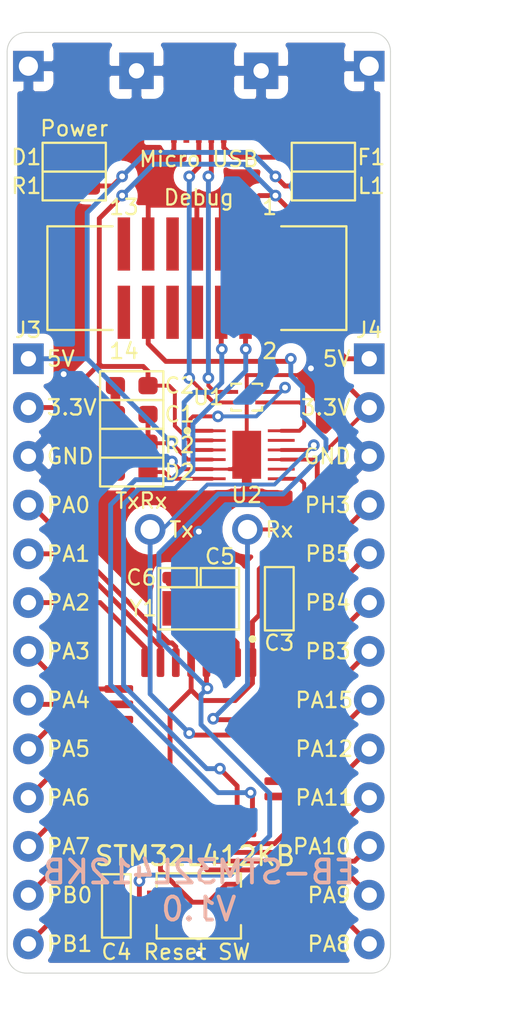
<source format=kicad_pcb>
(kicad_pcb (version 20171130) (host pcbnew "(5.1.9-0-10_14)")

  (general
    (thickness 1.6)
    (drawings 45)
    (tracks 385)
    (zones 0)
    (modules 25)
    (nets 40)
  )

  (page A4)
  (title_block
    (title "Evaluation Board STM32L412KB")
    (date 2021-06-19)
    (rev V1.0)
    (company https://github.com/KimiakiK)
  )

  (layers
    (0 F.Cu signal)
    (31 B.Cu signal)
    (32 B.Adhes user)
    (33 F.Adhes user)
    (34 B.Paste user)
    (35 F.Paste user)
    (36 B.SilkS user)
    (37 F.SilkS user)
    (38 B.Mask user)
    (39 F.Mask user)
    (40 Dwgs.User user)
    (41 Cmts.User user hide)
    (42 Eco1.User user hide)
    (43 Eco2.User user hide)
    (44 Edge.Cuts user)
    (45 Margin user)
    (46 B.CrtYd user)
    (47 F.CrtYd user)
    (48 B.Fab user hide)
    (49 F.Fab user hide)
  )

  (setup
    (last_trace_width 0.254)
    (user_trace_width 0.2032)
    (trace_clearance 0.2032)
    (zone_clearance 0.508)
    (zone_45_only no)
    (trace_min 0.2032)
    (via_size 0.6096)
    (via_drill 0.3048)
    (via_min_size 0.6096)
    (via_min_drill 0.3048)
    (uvia_size 0.2032)
    (uvia_drill 0.1016)
    (uvias_allowed no)
    (uvia_min_size 0.2032)
    (uvia_min_drill 0.1016)
    (edge_width 0.05)
    (segment_width 0.2)
    (pcb_text_width 0.3)
    (pcb_text_size 1.5 1.5)
    (mod_edge_width 0.12)
    (mod_text_size 1 1)
    (mod_text_width 0.15)
    (pad_size 1.524 1.524)
    (pad_drill 0.762)
    (pad_to_mask_clearance 0)
    (aux_axis_origin 0 0)
    (visible_elements FFFFFF7F)
    (pcbplotparams
      (layerselection 0x010fc_ffffffff)
      (usegerberextensions true)
      (usegerberattributes false)
      (usegerberadvancedattributes false)
      (creategerberjobfile false)
      (excludeedgelayer true)
      (linewidth 0.100000)
      (plotframeref false)
      (viasonmask false)
      (mode 1)
      (useauxorigin false)
      (hpglpennumber 1)
      (hpglpenspeed 20)
      (hpglpendiameter 15.000000)
      (psnegative false)
      (psa4output false)
      (plotreference true)
      (plotvalue true)
      (plotinvisibletext false)
      (padsonsilk false)
      (subtractmaskfromsilk false)
      (outputformat 1)
      (mirror false)
      (drillshape 0)
      (scaleselection 1)
      (outputdirectory "EB-STM32L412KB/"))
  )

  (net 0 "")
  (net 1 +5V)
  (net 2 GND)
  (net 3 +3V3)
  (net 4 OSC_I)
  (net 5 OSC_O)
  (net 6 "Net-(D1-Pad2)")
  (net 7 "Net-(D2-Pad1)")
  (net 8 "Net-(D2-Pad2)")
  (net 9 "Net-(F1-Pad1)")
  (net 10 "Net-(F1-Pad2)")
  (net 11 /D+)
  (net 12 /D-)
  (net 13 NRST)
  (net 14 SWCLK)
  (net 15 SWDIO)
  (net 16 PB1)
  (net 17 PB0)
  (net 18 PA7)
  (net 19 PA6)
  (net 20 PA5)
  (net 21 PA4)
  (net 22 PA3)
  (net 23 PA2)
  (net 24 PA1)
  (net 25 PA0)
  (net 26 PA8)
  (net 27 PA9)
  (net 28 PA10)
  (net 29 PA11)
  (net 30 PA12)
  (net 31 PA15)
  (net 32 PB3)
  (net 33 PB4)
  (net 34 PB5)
  (net 35 PH3)
  (net 36 /DM)
  (net 37 /DP)
  (net 38 USART1_TX)
  (net 39 USART1_RX)

  (net_class Default "This is the default net class."
    (clearance 0.2032)
    (trace_width 0.254)
    (via_dia 0.6096)
    (via_drill 0.3048)
    (uvia_dia 0.2032)
    (uvia_drill 0.1016)
    (diff_pair_width 0.2032)
    (diff_pair_gap 0.2032)
    (add_net +3V3)
    (add_net +5V)
    (add_net /D+)
    (add_net /D-)
    (add_net /DM)
    (add_net /DP)
    (add_net GND)
    (add_net NRST)
    (add_net "Net-(D1-Pad2)")
    (add_net "Net-(D2-Pad1)")
    (add_net "Net-(D2-Pad2)")
    (add_net "Net-(F1-Pad1)")
    (add_net "Net-(F1-Pad2)")
    (add_net OSC_I)
    (add_net OSC_O)
    (add_net PA0)
    (add_net PA1)
    (add_net PA10)
    (add_net PA11)
    (add_net PA12)
    (add_net PA15)
    (add_net PA2)
    (add_net PA3)
    (add_net PA4)
    (add_net PA5)
    (add_net PA6)
    (add_net PA7)
    (add_net PA8)
    (add_net PA9)
    (add_net PB0)
    (add_net PB1)
    (add_net PB3)
    (add_net PB4)
    (add_net PB5)
    (add_net PH3)
    (add_net SWCLK)
    (add_net SWDIO)
    (add_net USART1_RX)
    (add_net USART1_TX)
  )

  (module EB-STM32L412KB:BoxHeader_SMD_1.27mm_2x7pin (layer F.Cu) (tedit 60CD874E) (tstamp 60CDAA3B)
    (at -0.1 -4.2)
    (path /60CFA9AE)
    (fp_text reference J2 (at 0 -7.6) (layer F.SilkS) hide
      (effects (font (size 1 1) (thickness 0.15)))
    )
    (fp_text value STDC32 (at 0 -5.6) (layer F.Fab)
      (effects (font (size 1 1) (thickness 0.15)))
    )
    (fp_line (start -7.8 2.7) (end -4.4 2.7) (layer F.SilkS) (width 0.12))
    (fp_line (start -7.8 -2.7) (end -7.8 2.7) (layer F.SilkS) (width 0.12))
    (fp_line (start -4.4 -2.7) (end -7.8 -2.7) (layer F.SilkS) (width 0.12))
    (fp_line (start 7.8 -2.7) (end 4.4 -2.7) (layer F.SilkS) (width 0.12))
    (fp_line (start 7.8 2.7) (end 4.4 2.7) (layer F.SilkS) (width 0.12))
    (fp_line (start 7.8 -2.7) (end 7.8 2.7) (layer F.SilkS) (width 0.12))
    (fp_line (start -7.62 2.5) (end -7.62 -2.5) (layer F.CrtYd) (width 0.12))
    (fp_line (start 7.62 2.5) (end -7.62 2.5) (layer F.CrtYd) (width 0.12))
    (fp_line (start 7.62 -2.5) (end 7.62 2.5) (layer F.CrtYd) (width 0.12))
    (fp_line (start -7.62 -2.5) (end 7.62 -2.5) (layer F.CrtYd) (width 0.12))
    (fp_text user 14 (at -3.8 3.8) (layer F.SilkS)
      (effects (font (size 0.8 0.8) (thickness 0.12)))
    )
    (fp_text user 13 (at -3.8 -3.7) (layer F.SilkS)
      (effects (font (size 0.8 0.8) (thickness 0.12)))
    )
    (fp_text user 2 (at 3.8 3.8) (layer F.SilkS)
      (effects (font (size 0.8 0.8) (thickness 0.12)))
    )
    (fp_text user 1 (at 3.8 -3.7) (layer F.SilkS)
      (effects (font (size 0.8 0.8) (thickness 0.12)))
    )
    (pad 14 smd rect (at -3.81 1.778) (size 0.65 2.77) (layers F.Cu F.Paste F.Mask))
    (pad 13 smd rect (at -3.81 -1.778) (size 0.65 2.77) (layers F.Cu F.Paste F.Mask))
    (pad 12 smd rect (at -2.54 1.778) (size 0.65 2.77) (layers F.Cu F.Paste F.Mask)
      (net 13 NRST))
    (pad 11 smd rect (at -2.54 -1.778) (size 0.65 2.77) (layers F.Cu F.Paste F.Mask)
      (net 2 GND))
    (pad 10 smd rect (at -1.27 1.778) (size 0.65 2.77) (layers F.Cu F.Paste F.Mask))
    (pad 9 smd rect (at -1.27 -1.778) (size 0.65 2.77) (layers F.Cu F.Paste F.Mask))
    (pad 8 smd rect (at 0 1.778) (size 0.65 2.77) (layers F.Cu F.Paste F.Mask))
    (pad 7 smd rect (at 0 -1.778) (size 0.65 2.77) (layers F.Cu F.Paste F.Mask)
      (net 2 GND))
    (pad 6 smd rect (at 1.27 1.778) (size 0.65 2.77) (layers F.Cu F.Paste F.Mask)
      (net 14 SWCLK))
    (pad 5 smd rect (at 1.27 -1.778) (size 0.65 2.77) (layers F.Cu F.Paste F.Mask)
      (net 2 GND))
    (pad 4 smd rect (at 2.54 1.778) (size 0.65 2.77) (layers F.Cu F.Paste F.Mask)
      (net 15 SWDIO))
    (pad 3 smd rect (at 2.54 -1.778) (size 0.65 2.77) (layers F.Cu F.Paste F.Mask)
      (net 3 +3V3))
    (pad 2 smd rect (at 3.81 1.778) (size 0.65 2.77) (layers F.Cu F.Paste F.Mask))
    (pad 1 smd rect (at 3.81 -1.778) (size 0.65 2.77) (layers F.Cu F.Paste F.Mask))
  )

  (module EB-STM32L412KB:TestPoint_THTPad_D1.6mm_Drill1.0mm (layer F.Cu) (tedit 60CD545D) (tstamp 60CDCCAC)
    (at 2.54 8.89)
    (descr "THT pad as test Point, diameter 1.6mm, hole diameter 1.0mm")
    (tags "test point THT pad")
    (path /60DB75BE)
    (attr virtual)
    (fp_text reference TP4 (at 0 -1.998) (layer F.SilkS) hide
      (effects (font (size 1 1) (thickness 0.15)))
    )
    (fp_text value TestPoint (at 0 2.05) (layer F.Fab)
      (effects (font (size 1 1) (thickness 0.15)))
    )
    (fp_circle (center 0 0) (end 0.8 0) (layer F.CrtYd) (width 0.05))
    (fp_text user %R (at 0 -2) (layer F.Fab)
      (effects (font (size 1 1) (thickness 0.15)))
    )
    (pad 1 thru_hole circle (at 0 0) (size 1.6 1.6) (drill 1) (layers *.Cu *.Mask)
      (net 39 USART1_RX))
  )

  (module EB-STM32L412KB:TestPoint_THTPad_D1.6mm_Drill1.0mm (layer F.Cu) (tedit 60CD545D) (tstamp 60CDCCA5)
    (at -2.54 8.89)
    (descr "THT pad as test Point, diameter 1.6mm, hole diameter 1.0mm")
    (tags "test point THT pad")
    (path /60DB5FD4)
    (attr virtual)
    (fp_text reference TP3 (at 0 -1.998) (layer F.SilkS) hide
      (effects (font (size 1 1) (thickness 0.15)))
    )
    (fp_text value TestPoint (at 0 2.05) (layer F.Fab)
      (effects (font (size 1 1) (thickness 0.15)))
    )
    (fp_circle (center 0 0) (end 0.8 0) (layer F.CrtYd) (width 0.05))
    (fp_text user %R (at 0 -2) (layer F.Fab)
      (effects (font (size 1 1) (thickness 0.15)))
    )
    (pad 1 thru_hole circle (at 0 0) (size 1.6 1.6) (drill 1) (layers *.Cu *.Mask)
      (net 38 USART1_TX))
  )

  (module EB-STM32L412KB:TestPoint_THTPad_1.6x1.6mm_Drill1.0mm (layer F.Cu) (tedit 60CD5425) (tstamp 60CDCC9E)
    (at 8.89 -15.24)
    (descr "THT rectangular pad as test Point, square 1.6mm_Drill1.0mm  side length, hole diameter 1.0mm")
    (tags "test point THT pad rectangle square")
    (path /60DB324E)
    (attr virtual)
    (fp_text reference TP2 (at 0 -2.6) (layer F.SilkS) hide
      (effects (font (size 1 1) (thickness 0.15)))
    )
    (fp_text value TestPoint (at 0 2.05) (layer F.Fab)
      (effects (font (size 1 1) (thickness 0.15)))
    )
    (fp_line (start 0.8 0.8) (end -0.8 0.8) (layer F.CrtYd) (width 0.05))
    (fp_line (start 0.8 0.8) (end 0.8 -0.8) (layer F.CrtYd) (width 0.05))
    (fp_line (start -0.8 -0.8) (end -0.8 0.8) (layer F.CrtYd) (width 0.05))
    (fp_line (start -0.8 -0.8) (end 0.8 -0.8) (layer F.CrtYd) (width 0.05))
    (fp_text user %R (at 0 -2.6) (layer F.Fab)
      (effects (font (size 1 1) (thickness 0.15)))
    )
    (pad 1 thru_hole rect (at 0 0) (size 1.6 1.6) (drill 1) (layers *.Cu *.Mask)
      (net 2 GND))
  )

  (module EB-STM32L412KB:TestPoint_THTPad_1.6x1.6mm_Drill1.0mm (layer F.Cu) (tedit 60CD5425) (tstamp 60CDCC94)
    (at -8.89 -15.24)
    (descr "THT rectangular pad as test Point, square 1.6mm_Drill1.0mm  side length, hole diameter 1.0mm")
    (tags "test point THT pad rectangle square")
    (path /60DB21B8)
    (attr virtual)
    (fp_text reference TP1 (at 0 -2.6) (layer F.SilkS) hide
      (effects (font (size 1 1) (thickness 0.15)))
    )
    (fp_text value TestPoint (at 0 2.05) (layer F.Fab)
      (effects (font (size 1 1) (thickness 0.15)))
    )
    (fp_line (start 0.8 0.8) (end -0.8 0.8) (layer F.CrtYd) (width 0.05))
    (fp_line (start 0.8 0.8) (end 0.8 -0.8) (layer F.CrtYd) (width 0.05))
    (fp_line (start -0.8 -0.8) (end -0.8 0.8) (layer F.CrtYd) (width 0.05))
    (fp_line (start -0.8 -0.8) (end 0.8 -0.8) (layer F.CrtYd) (width 0.05))
    (fp_text user %R (at 0 -2.6) (layer F.Fab)
      (effects (font (size 1 1) (thickness 0.15)))
    )
    (pad 1 thru_hole rect (at 0 0) (size 1.6 1.6) (drill 1) (layers *.Cu *.Mask)
      (net 2 GND))
  )

  (module EB-STM32L412KB:Crystal_SMD_3215-2Pin (layer F.Cu) (tedit 60713422) (tstamp 60CDAB0F)
    (at 0 13 180)
    (path /60CD2B3E)
    (fp_text reference Y1 (at 2.9 0) (layer F.SilkS)
      (effects (font (size 0.8 0.8) (thickness 0.12)))
    )
    (fp_text value 32.768kHz (at 0 4) (layer F.Fab)
      (effects (font (size 1 1) (thickness 0.15)))
    )
    (fp_line (start -2.1 1.1) (end -2.1 -1.1) (layer F.SilkS) (width 0.12))
    (fp_line (start 2.1 1.1) (end -2.1 1.1) (layer F.SilkS) (width 0.12))
    (fp_line (start 2.1 -1.1) (end 2.1 1.1) (layer F.SilkS) (width 0.12))
    (fp_line (start -2.1 -1.1) (end 2.1 -1.1) (layer F.SilkS) (width 0.12))
    (fp_line (start -1.6 0.75) (end -1.6 -0.75) (layer F.Fab) (width 0.12))
    (fp_line (start 1.6 0.75) (end -1.6 0.75) (layer F.Fab) (width 0.12))
    (fp_line (start 1.6 -0.75) (end 1.6 0.75) (layer F.Fab) (width 0.12))
    (fp_line (start -1.6 -0.75) (end 1.6 -0.75) (layer F.Fab) (width 0.12))
    (pad 1 smd rect (at -1.3 0 180) (size 1.2 1.8) (layers F.Cu F.Paste F.Mask)
      (net 4 OSC_I))
    (pad 2 smd rect (at 1.3 0 180) (size 1.2 1.8) (layers F.Cu F.Paste F.Mask)
      (net 5 OSC_O))
  )

  (module EB-STM32L412KB:LQFP-32_7x7mm_P0.8mm_FusionPCB (layer F.Cu) (tedit 5EEB7036) (tstamp 60CDAB01)
    (at 0 20 270)
    (descr "LQFP, 32 Pin (https://www.nxp.com/docs/en/package-information/SOT358-1.pdf), generated with kicad-footprint-generator ipc_gullwing_generator.py")
    (tags "LQFP QFP")
    (path /60CCDD9C)
    (attr smd)
    (fp_text reference U3 (at 0 -5.7 90) (layer F.SilkS) hide
      (effects (font (size 1 1) (thickness 0.15)))
    )
    (fp_text value STM32L412KBTx (at 0 5.88 90) (layer F.Fab)
      (effects (font (size 1 1) (thickness 0.15)))
    )
    (fp_circle (center -5.4 -2.8) (end -5.3 -2.8) (layer F.SilkS) (width 0.2))
    (fp_line (start -2.5 -3.5) (end 3.5 -3.5) (layer F.Fab) (width 0.1))
    (fp_line (start 3.5 -3.5) (end 3.5 3.5) (layer F.Fab) (width 0.1))
    (fp_line (start 3.5 3.5) (end -3.5 3.5) (layer F.Fab) (width 0.1))
    (fp_line (start -3.5 3.5) (end -3.5 -2.5) (layer F.Fab) (width 0.1))
    (fp_line (start -3.5 -2.5) (end -2.5 -3.5) (layer F.Fab) (width 0.1))
    (fp_text user %R (at 0 0 90) (layer F.Fab) hide
      (effects (font (size 1 1) (thickness 0.15)))
    )
    (pad 1 smd roundrect (at -4.175 -2.8 270) (size 1.5 0.4) (layers F.Cu F.Paste F.Mask) (roundrect_rratio 0.25)
      (net 3 +3V3))
    (pad 2 smd roundrect (at -4.175 -2 270) (size 1.5 0.4) (layers F.Cu F.Paste F.Mask) (roundrect_rratio 0.25)
      (net 4 OSC_I))
    (pad 3 smd roundrect (at -4.175 -1.2 270) (size 1.5 0.4) (layers F.Cu F.Paste F.Mask) (roundrect_rratio 0.25)
      (net 5 OSC_O))
    (pad 4 smd roundrect (at -4.175 -0.4 270) (size 1.5 0.4) (layers F.Cu F.Paste F.Mask) (roundrect_rratio 0.25)
      (net 13 NRST))
    (pad 5 smd roundrect (at -4.175 0.4 270) (size 1.5 0.4) (layers F.Cu F.Paste F.Mask) (roundrect_rratio 0.25)
      (net 3 +3V3))
    (pad 6 smd roundrect (at -4.175 1.2 270) (size 1.5 0.4) (layers F.Cu F.Paste F.Mask) (roundrect_rratio 0.25)
      (net 25 PA0))
    (pad 7 smd roundrect (at -4.175 2 270) (size 1.5 0.4) (layers F.Cu F.Paste F.Mask) (roundrect_rratio 0.25)
      (net 24 PA1))
    (pad 8 smd roundrect (at -4.175 2.8 270) (size 1.5 0.4) (layers F.Cu F.Paste F.Mask) (roundrect_rratio 0.25)
      (net 23 PA2))
    (pad 9 smd roundrect (at -2.8 4.175 270) (size 0.4 1.5) (layers F.Cu F.Paste F.Mask) (roundrect_rratio 0.25)
      (net 22 PA3))
    (pad 10 smd roundrect (at -2 4.175 270) (size 0.4 1.5) (layers F.Cu F.Paste F.Mask) (roundrect_rratio 0.25)
      (net 21 PA4))
    (pad 11 smd roundrect (at -1.2 4.175 270) (size 0.4 1.5) (layers F.Cu F.Paste F.Mask) (roundrect_rratio 0.25)
      (net 20 PA5))
    (pad 12 smd roundrect (at -0.4 4.175 270) (size 0.4 1.5) (layers F.Cu F.Paste F.Mask) (roundrect_rratio 0.25)
      (net 19 PA6))
    (pad 13 smd roundrect (at 0.4 4.175 270) (size 0.4 1.5) (layers F.Cu F.Paste F.Mask) (roundrect_rratio 0.25)
      (net 18 PA7))
    (pad 14 smd roundrect (at 1.2 4.175 270) (size 0.4 1.5) (layers F.Cu F.Paste F.Mask) (roundrect_rratio 0.25)
      (net 17 PB0))
    (pad 15 smd roundrect (at 2 4.175 270) (size 0.4 1.5) (layers F.Cu F.Paste F.Mask) (roundrect_rratio 0.25)
      (net 16 PB1))
    (pad 16 smd roundrect (at 2.8 4.175 270) (size 0.4 1.5) (layers F.Cu F.Paste F.Mask) (roundrect_rratio 0.25)
      (net 2 GND))
    (pad 17 smd roundrect (at 4.175 2.8 270) (size 1.5 0.4) (layers F.Cu F.Paste F.Mask) (roundrect_rratio 0.25)
      (net 3 +3V3))
    (pad 18 smd roundrect (at 4.175 2 270) (size 1.5 0.4) (layers F.Cu F.Paste F.Mask) (roundrect_rratio 0.25)
      (net 26 PA8))
    (pad 19 smd roundrect (at 4.175 1.2 270) (size 1.5 0.4) (layers F.Cu F.Paste F.Mask) (roundrect_rratio 0.25)
      (net 27 PA9))
    (pad 20 smd roundrect (at 4.175 0.4 270) (size 1.5 0.4) (layers F.Cu F.Paste F.Mask) (roundrect_rratio 0.25)
      (net 28 PA10))
    (pad 21 smd roundrect (at 4.175 -0.4 270) (size 1.5 0.4) (layers F.Cu F.Paste F.Mask) (roundrect_rratio 0.25)
      (net 29 PA11))
    (pad 22 smd roundrect (at 4.175 -1.2 270) (size 1.5 0.4) (layers F.Cu F.Paste F.Mask) (roundrect_rratio 0.25)
      (net 30 PA12))
    (pad 23 smd roundrect (at 4.175 -2 270) (size 1.5 0.4) (layers F.Cu F.Paste F.Mask) (roundrect_rratio 0.25)
      (net 15 SWDIO))
    (pad 24 smd roundrect (at 4.175 -2.8 270) (size 1.5 0.4) (layers F.Cu F.Paste F.Mask) (roundrect_rratio 0.25)
      (net 14 SWCLK))
    (pad 25 smd roundrect (at 2.8 -4.175 270) (size 0.4 1.5) (layers F.Cu F.Paste F.Mask) (roundrect_rratio 0.25)
      (net 31 PA15))
    (pad 26 smd roundrect (at 2 -4.175 270) (size 0.4 1.5) (layers F.Cu F.Paste F.Mask) (roundrect_rratio 0.25)
      (net 32 PB3))
    (pad 27 smd roundrect (at 1.2 -4.175 270) (size 0.4 1.5) (layers F.Cu F.Paste F.Mask) (roundrect_rratio 0.25)
      (net 33 PB4))
    (pad 28 smd roundrect (at 0.4 -4.175 270) (size 0.4 1.5) (layers F.Cu F.Paste F.Mask) (roundrect_rratio 0.25)
      (net 34 PB5))
    (pad 29 smd roundrect (at -0.4 -4.175 270) (size 0.4 1.5) (layers F.Cu F.Paste F.Mask) (roundrect_rratio 0.25)
      (net 38 USART1_TX))
    (pad 30 smd roundrect (at -1.2 -4.175 270) (size 0.4 1.5) (layers F.Cu F.Paste F.Mask) (roundrect_rratio 0.25)
      (net 39 USART1_RX))
    (pad 31 smd roundrect (at -2 -4.175 270) (size 0.4 1.5) (layers F.Cu F.Paste F.Mask) (roundrect_rratio 0.25)
      (net 35 PH3))
    (pad 32 smd roundrect (at -2.8 -4.175 270) (size 0.4 1.5) (layers F.Cu F.Paste F.Mask) (roundrect_rratio 0.25)
      (net 2 GND))
    (model ${KISYS3DMOD}/Package_QFP.3dshapes/LQFP-32_7x7mm_P0.8mm.wrl
      (at (xyz 0 0 0))
      (scale (xyz 1 1 1))
      (rotate (xyz 0 0 0))
    )
  )

  (module EB-STM32L412KB:DFN-12-1EP_3x3mm_P0.45mm_EP1.66x2.38mm (layer F.Cu) (tedit 606DBC33) (tstamp 60CDAAD6)
    (at 2.5 5)
    (descr "DD Package; 12-Lead Plastic DFN (3mm x 3mm) (see Linear Technology DFN_12_05-08-1725.pdf)")
    (tags "DFN 0.45")
    (path /60CD0825)
    (attr smd)
    (fp_text reference U2 (at 0 2.1) (layer F.SilkS)
      (effects (font (size 0.8 0.8) (thickness 0.12)))
    )
    (fp_text value FT234XD (at 0 3) (layer F.Fab)
      (effects (font (size 1 1) (thickness 0.15)))
    )
    (fp_circle (center -3.1 -1.25) (end -3 -1.25) (layer F.SilkS) (width 0.2))
    (fp_line (start -1.5 1.5) (end 1.5 1.5) (layer F.CrtYd) (width 0.05))
    (fp_line (start -1.5 -1.5) (end 1.5 -1.5) (layer F.CrtYd) (width 0.05))
    (fp_line (start 1.5 -1.5) (end 1.5 1.5) (layer F.CrtYd) (width 0.05))
    (fp_line (start -1.5 -1.5) (end -1.5 1.5) (layer F.CrtYd) (width 0.05))
    (fp_text user %R (at 0 0) (layer F.Fab)
      (effects (font (size 0.7 0.7) (thickness 0.105)))
    )
    (pad 13 smd rect (at 0 0) (size 1.5 2.5) (layers F.Cu F.Paste F.Mask)
      (net 2 GND))
    (pad 12 smd rect (at 1.8 -1.25) (size 1.4 0.15) (layers F.Cu F.Paste F.Mask)
      (net 37 /DP))
    (pad 11 smd rect (at 1.8 -0.75) (size 1.4 0.15) (layers F.Cu F.Paste F.Mask))
    (pad 10 smd rect (at 1.8 -0.25) (size 1.4 0.15) (layers F.Cu F.Paste F.Mask)
      (net 38 USART1_TX))
    (pad 9 smd rect (at 1.8 0.25) (size 1.4 0.15) (layers F.Cu F.Paste F.Mask)
      (net 3 +3V3))
    (pad 8 smd rect (at 1.8 0.75) (size 1.4 0.15) (layers F.Cu F.Paste F.Mask))
    (pad 7 smd rect (at 1.8 1.25) (size 1.4 0.15) (layers F.Cu F.Paste F.Mask)
      (net 39 USART1_RX))
    (pad 6 smd rect (at -1.8 1.25) (size 1.4 0.15) (layers F.Cu F.Paste F.Mask)
      (net 7 "Net-(D2-Pad1)"))
    (pad 5 smd rect (at -1.8 0.75) (size 1.4 0.15) (layers F.Cu F.Paste F.Mask)
      (net 2 GND))
    (pad 4 smd rect (at -1.8 0.25) (size 1.4 0.15) (layers F.Cu F.Paste F.Mask)
      (net 1 +5V))
    (pad 3 smd rect (at -1.8 -0.25) (size 1.4 0.15) (layers F.Cu F.Paste F.Mask)
      (net 3 +3V3))
    (pad 2 smd rect (at -1.8 -0.75) (size 1.4 0.15) (layers F.Cu F.Paste F.Mask)
      (net 3 +3V3))
    (pad 1 smd rect (at -1.8 -1.25) (size 1.4 0.15) (layers F.Cu F.Paste F.Mask)
      (net 36 /DM))
    (pad 13 smd rect (at -0.925 0.75) (size 0.35 0.15) (layers F.Cu F.Paste F.Mask)
      (net 2 GND))
    (model ${KISYS3DMOD}/Package_DFN_QFN.3dshapes/DFN-12-1EP_3x3mm_P0.45mm_EP1.66x2.38mm.wrl
      (at (xyz 0 0 0))
      (scale (xyz 1 1 1))
      (rotate (xyz 0 0 0))
    )
  )

  (module EB-STM32L412KB:LXES11D (layer F.Cu) (tedit 606D9858) (tstamp 60CDAABE)
    (at 2.5 2 90)
    (path /60CCFC10)
    (fp_text reference U1 (at 0 -2 180) (layer F.SilkS)
      (effects (font (size 0.8 0.8) (thickness 0.12)))
    )
    (fp_text value LXES11DAA2-135 (at 0.025 2.2 90) (layer F.Fab)
      (effects (font (size 1 1) (thickness 0.15)))
    )
    (fp_line (start -0.7 -0.8) (end -0.6 -0.8) (layer F.SilkS) (width 0.12))
    (fp_line (start -0.7 -0.3) (end -0.7 -0.8) (layer F.SilkS) (width 0.12))
    (fp_line (start -0.7 0.8) (end -0.7 0.3) (layer F.SilkS) (width 0.12))
    (fp_line (start -0.5 0.8) (end -0.7 0.8) (layer F.SilkS) (width 0.12))
    (fp_line (start 0.7 0.8) (end 0.6 0.8) (layer F.SilkS) (width 0.12))
    (fp_line (start 0.7 0.3) (end 0.7 0.8) (layer F.SilkS) (width 0.12))
    (fp_line (start 0.7 -0.8) (end 0.7 -0.3) (layer F.SilkS) (width 0.12))
    (fp_line (start 0.6 -0.8) (end 0.7 -0.8) (layer F.SilkS) (width 0.12))
    (fp_line (start -0.5 0.625) (end -0.5 -0.625) (layer F.CrtYd) (width 0.05))
    (fp_line (start 0.5 0.625) (end -0.5 0.625) (layer F.CrtYd) (width 0.05))
    (fp_line (start 0.5 -0.625) (end 0.5 0.625) (layer F.CrtYd) (width 0.05))
    (fp_line (start -0.5 -0.625) (end 0.5 -0.625) (layer F.CrtYd) (width 0.05))
    (pad 1 smd rect (at -0.275 -0.7875 90) (size 0.2 0.675) (layers F.Cu F.Paste F.Mask)
      (net 11 /D+))
    (pad 2 smd rect (at 0.275 -0.7875 90) (size 0.2 0.675) (layers F.Cu F.Paste F.Mask)
      (net 12 /D-))
    (pad 3 smd rect (at 0.65 0 90) (size 0.7 0.2) (layers F.Cu F.Paste F.Mask)
      (net 2 GND))
    (pad 4 smd rect (at 0.275 0.7875 90) (size 0.2 0.675) (layers F.Cu F.Paste F.Mask)
      (net 36 /DM))
    (pad 5 smd rect (at -0.275 0.7875 90) (size 0.2 0.675) (layers F.Cu F.Paste F.Mask)
      (net 37 /DP))
    (pad 6 smd rect (at -0.65 0 90) (size 0.7 0.2) (layers F.Cu F.Paste F.Mask)
      (net 2 GND))
  )

  (module EB-STM32L412KB:SW_TVAF06 (layer F.Cu) (tedit 606D931F) (tstamp 60CDAAA8)
    (at 0 28.5 90)
    (path /60D47E4E)
    (fp_text reference SW1 (at 0 -3.6 90) (layer F.SilkS) hide
      (effects (font (size 1 1) (thickness 0.15)))
    )
    (fp_text value RESET_SW (at 0.3 4 90) (layer F.Fab)
      (effects (font (size 1 1) (thickness 0.15)))
    )
    (fp_line (start -1.7 -2.2) (end -1 -2.2) (layer F.SilkS) (width 0.12))
    (fp_line (start -1.7 2.2) (end -1.7 -2.2) (layer F.SilkS) (width 0.12))
    (fp_line (start -1 2.2) (end -1.7 2.2) (layer F.SilkS) (width 0.12))
    (fp_line (start 1.7 2.2) (end 1 2.2) (layer F.SilkS) (width 0.12))
    (fp_line (start 1.7 -2.2) (end 1.7 2.2) (layer F.SilkS) (width 0.12))
    (fp_line (start 1 -2.2) (end 1.7 -2.2) (layer F.SilkS) (width 0.12))
    (fp_line (start -1.5 -2) (end 1.5 -2) (layer F.CrtYd) (width 0.05))
    (fp_line (start 1.5 -2) (end 1.5 2) (layer F.CrtYd) (width 0.05))
    (fp_line (start 1.5 2) (end -1.5 2) (layer F.CrtYd) (width 0.05))
    (fp_line (start -1.5 2) (end -1.5 -2) (layer F.CrtYd) (width 0.05))
    (pad 1 smd rect (at 0 -2.2 90) (size 1.6 1) (layers F.Cu F.Paste F.Mask)
      (net 13 NRST))
    (pad 2 smd rect (at 0 2.2 90) (size 1.6 1) (layers F.Cu F.Paste F.Mask)
      (net 2 GND))
    (pad "" np_thru_hole circle (at -0.9 0 90) (size 0.75 0.75) (drill 0.75) (layers *.Cu *.Mask))
    (pad "" np_thru_hole circle (at 0.9 0 90) (size 0.75 0.75) (drill 0.75) (layers *.Cu *.Mask))
  )

  (module EB-STM32L412KB:1608Metric (layer F.Cu) (tedit 606EDCAD) (tstamp 60CDAA96)
    (at -3.5 4.4 180)
    (descr "SMD 0603 (1608 Metric)")
    (path /60CE7B6A)
    (attr smd)
    (fp_text reference R2 (at -2.5 -0.1) (layer F.SilkS)
      (effects (font (size 0.8 0.8) (thickness 0.12)))
    )
    (fp_text value R_LED (at 0 1.778) (layer F.Fab)
      (effects (font (size 1 1) (thickness 0.15)))
    )
    (fp_line (start 1.6 0.7) (end -1.6 0.7) (layer F.CrtYd) (width 0.05))
    (fp_line (start 1.6 -0.7) (end 1.6 0.7) (layer F.CrtYd) (width 0.05))
    (fp_line (start -1.6 -0.7) (end 1.6 -0.7) (layer F.CrtYd) (width 0.05))
    (fp_line (start -1.6 0.7) (end -1.6 -0.7) (layer F.CrtYd) (width 0.05))
    (fp_line (start -1.65 0.75) (end 1.65 0.75) (layer F.SilkS) (width 0.12))
    (fp_line (start -1.65 -0.75) (end 1.65 -0.75) (layer F.SilkS) (width 0.12))
    (fp_line (start 0.8 0.4) (end -0.8 0.4) (layer F.Fab) (width 0.1))
    (fp_line (start 0.8 -0.4) (end 0.8 0.4) (layer F.Fab) (width 0.1))
    (fp_line (start -0.8 -0.4) (end 0.8 -0.4) (layer F.Fab) (width 0.1))
    (fp_line (start -0.8 0.4) (end -0.8 -0.4) (layer F.Fab) (width 0.1))
    (fp_line (start 1.65 -0.75) (end 1.65 0.75) (layer F.SilkS) (width 0.12))
    (fp_line (start -1.65 -0.75) (end -1.65 0.75) (layer F.SilkS) (width 0.12))
    (fp_text user %R (at 0 0) (layer F.Fab)
      (effects (font (size 0.4 0.4) (thickness 0.06)))
    )
    (pad 1 smd roundrect (at -0.85 0 180) (size 1 0.9) (layers F.Cu F.Paste F.Mask) (roundrect_rratio 0.25)
      (net 1 +5V))
    (pad 2 smd roundrect (at 0.85 0 180) (size 1 0.9) (layers F.Cu F.Paste F.Mask) (roundrect_rratio 0.25)
      (net 8 "Net-(D2-Pad2)"))
    (model ${KISYS3DMOD}/Capacitor_SMD.3dshapes/C_0603_1608Metric.wrl
      (at (xyz 0 0 0))
      (scale (xyz 1 1 1))
      (rotate (xyz 0 0 0))
    )
  )

  (module EB-STM32L412KB:1608Metric (layer F.Cu) (tedit 606EDCAD) (tstamp 60CDAA83)
    (at -6.5 -9)
    (descr "SMD 0603 (1608 Metric)")
    (path /60D545C9)
    (attr smd)
    (fp_text reference R1 (at -2.5 0) (layer F.SilkS)
      (effects (font (size 0.8 0.8) (thickness 0.12)))
    )
    (fp_text value R_LED (at 0 1.778) (layer F.Fab)
      (effects (font (size 1 1) (thickness 0.15)))
    )
    (fp_line (start 1.6 0.7) (end -1.6 0.7) (layer F.CrtYd) (width 0.05))
    (fp_line (start 1.6 -0.7) (end 1.6 0.7) (layer F.CrtYd) (width 0.05))
    (fp_line (start -1.6 -0.7) (end 1.6 -0.7) (layer F.CrtYd) (width 0.05))
    (fp_line (start -1.6 0.7) (end -1.6 -0.7) (layer F.CrtYd) (width 0.05))
    (fp_line (start -1.65 0.75) (end 1.65 0.75) (layer F.SilkS) (width 0.12))
    (fp_line (start -1.65 -0.75) (end 1.65 -0.75) (layer F.SilkS) (width 0.12))
    (fp_line (start 0.8 0.4) (end -0.8 0.4) (layer F.Fab) (width 0.1))
    (fp_line (start 0.8 -0.4) (end 0.8 0.4) (layer F.Fab) (width 0.1))
    (fp_line (start -0.8 -0.4) (end 0.8 -0.4) (layer F.Fab) (width 0.1))
    (fp_line (start -0.8 0.4) (end -0.8 -0.4) (layer F.Fab) (width 0.1))
    (fp_line (start 1.65 -0.75) (end 1.65 0.75) (layer F.SilkS) (width 0.12))
    (fp_line (start -1.65 -0.75) (end -1.65 0.75) (layer F.SilkS) (width 0.12))
    (fp_text user %R (at 0 0) (layer F.Fab)
      (effects (font (size 0.4 0.4) (thickness 0.06)))
    )
    (pad 1 smd roundrect (at -0.85 0) (size 1 0.9) (layers F.Cu F.Paste F.Mask) (roundrect_rratio 0.25)
      (net 6 "Net-(D1-Pad2)"))
    (pad 2 smd roundrect (at 0.85 0) (size 1 0.9) (layers F.Cu F.Paste F.Mask) (roundrect_rratio 0.25)
      (net 1 +5V))
    (model ${KISYS3DMOD}/Capacitor_SMD.3dshapes/C_0603_1608Metric.wrl
      (at (xyz 0 0 0))
      (scale (xyz 1 1 1))
      (rotate (xyz 0 0 0))
    )
  )

  (module EB-STM32L412KB:1608Metric (layer F.Cu) (tedit 606EDCAD) (tstamp 60CDAA70)
    (at 6.5 -9)
    (descr "SMD 0603 (1608 Metric)")
    (path /60CD4C1D)
    (attr smd)
    (fp_text reference L1 (at 2.5 0) (layer F.SilkS)
      (effects (font (size 0.8 0.8) (thickness 0.12)))
    )
    (fp_text value L_Small (at 0 1.778) (layer F.Fab)
      (effects (font (size 1 1) (thickness 0.15)))
    )
    (fp_line (start 1.6 0.7) (end -1.6 0.7) (layer F.CrtYd) (width 0.05))
    (fp_line (start 1.6 -0.7) (end 1.6 0.7) (layer F.CrtYd) (width 0.05))
    (fp_line (start -1.6 -0.7) (end 1.6 -0.7) (layer F.CrtYd) (width 0.05))
    (fp_line (start -1.6 0.7) (end -1.6 -0.7) (layer F.CrtYd) (width 0.05))
    (fp_line (start -1.65 0.75) (end 1.65 0.75) (layer F.SilkS) (width 0.12))
    (fp_line (start -1.65 -0.75) (end 1.65 -0.75) (layer F.SilkS) (width 0.12))
    (fp_line (start 0.8 0.4) (end -0.8 0.4) (layer F.Fab) (width 0.1))
    (fp_line (start 0.8 -0.4) (end 0.8 0.4) (layer F.Fab) (width 0.1))
    (fp_line (start -0.8 -0.4) (end 0.8 -0.4) (layer F.Fab) (width 0.1))
    (fp_line (start -0.8 0.4) (end -0.8 -0.4) (layer F.Fab) (width 0.1))
    (fp_line (start 1.65 -0.75) (end 1.65 0.75) (layer F.SilkS) (width 0.12))
    (fp_line (start -1.65 -0.75) (end -1.65 0.75) (layer F.SilkS) (width 0.12))
    (fp_text user %R (at 0 0) (layer F.Fab)
      (effects (font (size 0.4 0.4) (thickness 0.06)))
    )
    (pad 1 smd roundrect (at -0.85 0) (size 1 0.9) (layers F.Cu F.Paste F.Mask) (roundrect_rratio 0.25)
      (net 1 +5V))
    (pad 2 smd roundrect (at 0.85 0) (size 1 0.9) (layers F.Cu F.Paste F.Mask) (roundrect_rratio 0.25)
      (net 9 "Net-(F1-Pad1)"))
    (model ${KISYS3DMOD}/Capacitor_SMD.3dshapes/C_0603_1608Metric.wrl
      (at (xyz 0 0 0))
      (scale (xyz 1 1 1))
      (rotate (xyz 0 0 0))
    )
  )

  (module EB-STM32L412KB:PinHeader_13pin (layer F.Cu) (tedit 60CD47E7) (tstamp 60CDAA5D)
    (at 8.89 0)
    (path /60CF7575)
    (fp_text reference J4 (at 0 -1.5) (layer F.SilkS)
      (effects (font (size 0.8 0.8) (thickness 0.12)))
    )
    (fp_text value Conn_01x13 (at 0 -2.54) (layer F.Fab)
      (effects (font (size 1 1) (thickness 0.15)))
    )
    (pad 13 thru_hole circle (at 0 30.48) (size 1.6 1.6) (drill 0.8) (layers *.Cu *.Mask)
      (net 26 PA8))
    (pad 12 thru_hole circle (at 0 27.94) (size 1.6 1.6) (drill 0.8) (layers *.Cu *.Mask)
      (net 27 PA9))
    (pad 11 thru_hole circle (at 0 25.4) (size 1.6 1.6) (drill 0.8) (layers *.Cu *.Mask)
      (net 28 PA10))
    (pad 10 thru_hole circle (at 0 22.86) (size 1.6 1.6) (drill 0.8) (layers *.Cu *.Mask)
      (net 29 PA11))
    (pad 9 thru_hole circle (at 0 20.32) (size 1.6 1.6) (drill 0.8) (layers *.Cu *.Mask)
      (net 30 PA12))
    (pad 8 thru_hole circle (at 0 17.78) (size 1.6 1.6) (drill 0.8) (layers *.Cu *.Mask)
      (net 31 PA15))
    (pad 7 thru_hole circle (at 0 15.24) (size 1.6 1.6) (drill 0.8) (layers *.Cu *.Mask)
      (net 32 PB3))
    (pad 6 thru_hole circle (at 0 12.7) (size 1.6 1.6) (drill 0.8) (layers *.Cu *.Mask)
      (net 33 PB4))
    (pad 5 thru_hole circle (at 0 10.16) (size 1.6 1.6) (drill 0.8) (layers *.Cu *.Mask)
      (net 34 PB5))
    (pad 4 thru_hole circle (at 0 7.62) (size 1.6 1.6) (drill 0.8) (layers *.Cu *.Mask)
      (net 35 PH3))
    (pad 3 thru_hole circle (at 0 5.08) (size 1.6 1.6) (drill 0.8) (layers *.Cu *.Mask)
      (net 2 GND))
    (pad 2 thru_hole circle (at 0 2.54) (size 1.6 1.6) (drill 0.8) (layers *.Cu *.Mask)
      (net 3 +3V3))
    (pad 1 thru_hole rect (at 0 0) (size 1.6 1.6) (drill 0.8) (layers *.Cu *.Mask)
      (net 1 +5V))
  )

  (module EB-STM32L412KB:PinHeader_13pin (layer F.Cu) (tedit 60CD47E7) (tstamp 60CDAA4C)
    (at -8.89 0)
    (path /60CF9CE2)
    (fp_text reference J3 (at -0.01 -1.5) (layer F.SilkS)
      (effects (font (size 0.8 0.8) (thickness 0.12)))
    )
    (fp_text value Conn_01x13 (at 0 -2.54) (layer F.Fab)
      (effects (font (size 1 1) (thickness 0.15)))
    )
    (pad 13 thru_hole circle (at 0 30.48) (size 1.6 1.6) (drill 0.8) (layers *.Cu *.Mask)
      (net 16 PB1))
    (pad 12 thru_hole circle (at 0 27.94) (size 1.6 1.6) (drill 0.8) (layers *.Cu *.Mask)
      (net 17 PB0))
    (pad 11 thru_hole circle (at 0 25.4) (size 1.6 1.6) (drill 0.8) (layers *.Cu *.Mask)
      (net 18 PA7))
    (pad 10 thru_hole circle (at 0 22.86) (size 1.6 1.6) (drill 0.8) (layers *.Cu *.Mask)
      (net 19 PA6))
    (pad 9 thru_hole circle (at 0 20.32) (size 1.6 1.6) (drill 0.8) (layers *.Cu *.Mask)
      (net 20 PA5))
    (pad 8 thru_hole circle (at 0 17.78) (size 1.6 1.6) (drill 0.8) (layers *.Cu *.Mask)
      (net 21 PA4))
    (pad 7 thru_hole circle (at 0 15.24) (size 1.6 1.6) (drill 0.8) (layers *.Cu *.Mask)
      (net 22 PA3))
    (pad 6 thru_hole circle (at 0 12.7) (size 1.6 1.6) (drill 0.8) (layers *.Cu *.Mask)
      (net 23 PA2))
    (pad 5 thru_hole circle (at 0 10.16) (size 1.6 1.6) (drill 0.8) (layers *.Cu *.Mask)
      (net 24 PA1))
    (pad 4 thru_hole circle (at 0 7.62) (size 1.6 1.6) (drill 0.8) (layers *.Cu *.Mask)
      (net 25 PA0))
    (pad 3 thru_hole circle (at 0 5.08) (size 1.6 1.6) (drill 0.8) (layers *.Cu *.Mask)
      (net 2 GND))
    (pad 2 thru_hole circle (at 0 2.54) (size 1.6 1.6) (drill 0.8) (layers *.Cu *.Mask)
      (net 3 +3V3))
    (pad 1 thru_hole rect (at 0 0) (size 1.6 1.6) (drill 0.8) (layers *.Cu *.Mask)
      (net 1 +5V))
  )

  (module EB-STM32L412KB:ZX62-B-5PA_2 (layer F.Cu) (tedit 60CD43BC) (tstamp 60CDAA12)
    (at 0 -15 180)
    (descr "Micro USB connector")
    (tags "Micro USB connector")
    (path /60CD1B91)
    (fp_text reference J1 (at 0 -5) (layer F.SilkS) hide
      (effects (font (size 1 1) (thickness 0.15)))
    )
    (fp_text value USB_B_Micro (at 0 2.6) (layer F.Fab)
      (effects (font (size 1 1) (thickness 0.15)))
    )
    (fp_line (start -3.7 -2.85) (end 3.8 -2.85) (layer F.CrtYd) (width 0.12))
    (fp_line (start 3.8 -2.85) (end 3.8 1.45) (layer F.CrtYd) (width 0.12))
    (fp_line (start 3.8 1.45) (end -3.7 1.45) (layer F.CrtYd) (width 0.12))
    (fp_line (start -3.7 1.45) (end -3.7 -2.85) (layer F.CrtYd) (width 0.12))
    (pad 6 thru_hole rect (at 3.25 0 180) (size 1.8 1.9) (drill 0.8) (layers *.Cu *.Mask)
      (net 2 GND))
    (pad 6 thru_hole rect (at -3.25 0 180) (size 1.8 1.9) (drill 0.8) (layers *.Cu *.Mask)
      (net 2 GND))
    (pad 6 smd rect (at 3.1 -2.55 180) (size 2.1 1.6) (layers F.Cu F.Paste F.Mask)
      (net 2 GND))
    (pad 6 smd rect (at -3.1 -2.55 180) (size 2.1 1.6) (layers F.Cu F.Paste F.Mask)
      (net 2 GND))
    (pad 5 smd rect (at 1.3 -2.875 180) (size 0.3 1.75) (layers F.Cu F.Paste F.Mask)
      (net 2 GND))
    (pad 4 smd rect (at 0.65 -2.875 180) (size 0.3 1.75) (layers F.Cu F.Paste F.Mask))
    (pad 3 smd rect (at 0 -2.875 180) (size 0.3 1.75) (layers F.Cu F.Paste F.Mask)
      (net 11 /D+))
    (pad 2 smd rect (at -0.65 -2.875 180) (size 0.3 1.75) (layers F.Cu F.Paste F.Mask)
      (net 12 /D-))
    (pad 1 smd rect (at -1.3 -2.875 180) (size 0.3 1.75) (layers F.Cu F.Paste F.Mask)
      (net 10 "Net-(F1-Pad2)"))
  )

  (module EB-STM32L412KB:1608Metric (layer F.Cu) (tedit 606EDCAD) (tstamp 60CDAA01)
    (at 6.5 -10.5 180)
    (descr "SMD 0603 (1608 Metric)")
    (path /60CD39B7)
    (attr smd)
    (fp_text reference F1 (at -2.5 0) (layer F.SilkS)
      (effects (font (size 0.8 0.8) (thickness 0.12)))
    )
    (fp_text value Polyfuse_Small (at 0 1.778) (layer F.Fab)
      (effects (font (size 1 1) (thickness 0.15)))
    )
    (fp_line (start 1.6 0.7) (end -1.6 0.7) (layer F.CrtYd) (width 0.05))
    (fp_line (start 1.6 -0.7) (end 1.6 0.7) (layer F.CrtYd) (width 0.05))
    (fp_line (start -1.6 -0.7) (end 1.6 -0.7) (layer F.CrtYd) (width 0.05))
    (fp_line (start -1.6 0.7) (end -1.6 -0.7) (layer F.CrtYd) (width 0.05))
    (fp_line (start -1.65 0.75) (end 1.65 0.75) (layer F.SilkS) (width 0.12))
    (fp_line (start -1.65 -0.75) (end 1.65 -0.75) (layer F.SilkS) (width 0.12))
    (fp_line (start 0.8 0.4) (end -0.8 0.4) (layer F.Fab) (width 0.1))
    (fp_line (start 0.8 -0.4) (end 0.8 0.4) (layer F.Fab) (width 0.1))
    (fp_line (start -0.8 -0.4) (end 0.8 -0.4) (layer F.Fab) (width 0.1))
    (fp_line (start -0.8 0.4) (end -0.8 -0.4) (layer F.Fab) (width 0.1))
    (fp_line (start 1.65 -0.75) (end 1.65 0.75) (layer F.SilkS) (width 0.12))
    (fp_line (start -1.65 -0.75) (end -1.65 0.75) (layer F.SilkS) (width 0.12))
    (fp_text user %R (at 0 0) (layer F.Fab)
      (effects (font (size 0.4 0.4) (thickness 0.06)))
    )
    (pad 1 smd roundrect (at -0.85 0 180) (size 1 0.9) (layers F.Cu F.Paste F.Mask) (roundrect_rratio 0.25)
      (net 9 "Net-(F1-Pad1)"))
    (pad 2 smd roundrect (at 0.85 0 180) (size 1 0.9) (layers F.Cu F.Paste F.Mask) (roundrect_rratio 0.25)
      (net 10 "Net-(F1-Pad2)"))
    (model ${KISYS3DMOD}/Capacitor_SMD.3dshapes/C_0603_1608Metric.wrl
      (at (xyz 0 0 0))
      (scale (xyz 1 1 1))
      (rotate (xyz 0 0 0))
    )
  )

  (module EB-STM32L412KB:1608Metric (layer F.Cu) (tedit 606EDCAD) (tstamp 60CDA9EE)
    (at -3.5 5.9 180)
    (descr "SMD 0603 (1608 Metric)")
    (path /60CE6CA4)
    (attr smd)
    (fp_text reference D2 (at -2.5 0) (layer F.SilkS)
      (effects (font (size 0.8 0.8) (thickness 0.12)))
    )
    (fp_text value TxRx (at 0 1.778) (layer F.Fab)
      (effects (font (size 1 1) (thickness 0.15)))
    )
    (fp_line (start 1.6 0.7) (end -1.6 0.7) (layer F.CrtYd) (width 0.05))
    (fp_line (start 1.6 -0.7) (end 1.6 0.7) (layer F.CrtYd) (width 0.05))
    (fp_line (start -1.6 -0.7) (end 1.6 -0.7) (layer F.CrtYd) (width 0.05))
    (fp_line (start -1.6 0.7) (end -1.6 -0.7) (layer F.CrtYd) (width 0.05))
    (fp_line (start -1.65 0.75) (end 1.65 0.75) (layer F.SilkS) (width 0.12))
    (fp_line (start -1.65 -0.75) (end 1.65 -0.75) (layer F.SilkS) (width 0.12))
    (fp_line (start 0.8 0.4) (end -0.8 0.4) (layer F.Fab) (width 0.1))
    (fp_line (start 0.8 -0.4) (end 0.8 0.4) (layer F.Fab) (width 0.1))
    (fp_line (start -0.8 -0.4) (end 0.8 -0.4) (layer F.Fab) (width 0.1))
    (fp_line (start -0.8 0.4) (end -0.8 -0.4) (layer F.Fab) (width 0.1))
    (fp_line (start 1.65 -0.75) (end 1.65 0.75) (layer F.SilkS) (width 0.12))
    (fp_line (start -1.65 -0.75) (end -1.65 0.75) (layer F.SilkS) (width 0.12))
    (fp_text user %R (at 0 0) (layer F.Fab)
      (effects (font (size 0.4 0.4) (thickness 0.06)))
    )
    (pad 1 smd roundrect (at -0.85 0 180) (size 1 0.9) (layers F.Cu F.Paste F.Mask) (roundrect_rratio 0.25)
      (net 7 "Net-(D2-Pad1)"))
    (pad 2 smd roundrect (at 0.85 0 180) (size 1 0.9) (layers F.Cu F.Paste F.Mask) (roundrect_rratio 0.25)
      (net 8 "Net-(D2-Pad2)"))
    (model ${KISYS3DMOD}/Capacitor_SMD.3dshapes/C_0603_1608Metric.wrl
      (at (xyz 0 0 0))
      (scale (xyz 1 1 1))
      (rotate (xyz 0 0 0))
    )
  )

  (module EB-STM32L412KB:1608Metric (layer F.Cu) (tedit 606EDCAD) (tstamp 60CDA9DB)
    (at -6.5 -10.5 180)
    (descr "SMD 0603 (1608 Metric)")
    (path /60D53010)
    (attr smd)
    (fp_text reference D1 (at 2.5 0) (layer F.SilkS)
      (effects (font (size 0.8 0.8) (thickness 0.12)))
    )
    (fp_text value Power (at 0 1.778) (layer F.Fab)
      (effects (font (size 1 1) (thickness 0.15)))
    )
    (fp_line (start 1.6 0.7) (end -1.6 0.7) (layer F.CrtYd) (width 0.05))
    (fp_line (start 1.6 -0.7) (end 1.6 0.7) (layer F.CrtYd) (width 0.05))
    (fp_line (start -1.6 -0.7) (end 1.6 -0.7) (layer F.CrtYd) (width 0.05))
    (fp_line (start -1.6 0.7) (end -1.6 -0.7) (layer F.CrtYd) (width 0.05))
    (fp_line (start -1.65 0.75) (end 1.65 0.75) (layer F.SilkS) (width 0.12))
    (fp_line (start -1.65 -0.75) (end 1.65 -0.75) (layer F.SilkS) (width 0.12))
    (fp_line (start 0.8 0.4) (end -0.8 0.4) (layer F.Fab) (width 0.1))
    (fp_line (start 0.8 -0.4) (end 0.8 0.4) (layer F.Fab) (width 0.1))
    (fp_line (start -0.8 -0.4) (end 0.8 -0.4) (layer F.Fab) (width 0.1))
    (fp_line (start -0.8 0.4) (end -0.8 -0.4) (layer F.Fab) (width 0.1))
    (fp_line (start 1.65 -0.75) (end 1.65 0.75) (layer F.SilkS) (width 0.12))
    (fp_line (start -1.65 -0.75) (end -1.65 0.75) (layer F.SilkS) (width 0.12))
    (fp_text user %R (at 0 0) (layer F.Fab)
      (effects (font (size 0.4 0.4) (thickness 0.06)))
    )
    (pad 1 smd roundrect (at -0.85 0 180) (size 1 0.9) (layers F.Cu F.Paste F.Mask) (roundrect_rratio 0.25)
      (net 2 GND))
    (pad 2 smd roundrect (at 0.85 0 180) (size 1 0.9) (layers F.Cu F.Paste F.Mask) (roundrect_rratio 0.25)
      (net 6 "Net-(D1-Pad2)"))
    (model ${KISYS3DMOD}/Capacitor_SMD.3dshapes/C_0603_1608Metric.wrl
      (at (xyz 0 0 0))
      (scale (xyz 1 1 1))
      (rotate (xyz 0 0 0))
    )
  )

  (module EB-STM32L412KB:1005Metric (layer F.Cu) (tedit 606EDE15) (tstamp 60CDA9C8)
    (at -1.1 11.4)
    (descr "SMD 0402 (1005 Metric)")
    (path /60CFEFBD)
    (attr smd)
    (fp_text reference C6 (at -1.9 0) (layer F.SilkS)
      (effects (font (size 0.8 0.8) (thickness 0.12)))
    )
    (fp_text value 10pF (at 0 1.6) (layer F.Fab)
      (effects (font (size 1 1) (thickness 0.15)))
    )
    (fp_line (start 1 0.5) (end 1 -0.5) (layer F.SilkS) (width 0.12))
    (fp_line (start -1 0.5) (end -1 -0.5) (layer F.SilkS) (width 0.12))
    (fp_line (start 0.95 0.45) (end -0.95 0.45) (layer F.CrtYd) (width 0.05))
    (fp_line (start 0.95 -0.45) (end 0.95 0.45) (layer F.CrtYd) (width 0.05))
    (fp_line (start -0.95 -0.45) (end 0.95 -0.45) (layer F.CrtYd) (width 0.05))
    (fp_line (start -0.95 0.45) (end -0.95 -0.45) (layer F.CrtYd) (width 0.05))
    (fp_line (start -1 0.5) (end 1 0.5) (layer F.SilkS) (width 0.12))
    (fp_line (start -1 -0.5) (end 1 -0.5) (layer F.SilkS) (width 0.12))
    (fp_line (start 0.5 0.25) (end -0.5 0.25) (layer F.Fab) (width 0.1))
    (fp_line (start 0.5 -0.25) (end 0.5 0.25) (layer F.Fab) (width 0.1))
    (fp_line (start -0.5 -0.25) (end 0.5 -0.25) (layer F.Fab) (width 0.1))
    (fp_line (start -0.5 0.25) (end -0.5 -0.25) (layer F.Fab) (width 0.1))
    (fp_text user %R (at 0 0) (layer F.Fab)
      (effects (font (size 0.25 0.25) (thickness 0.04)))
    )
    (pad 1 smd roundrect (at -0.5 0) (size 0.6 0.6) (layers F.Cu F.Paste F.Mask) (roundrect_rratio 0.25)
      (net 5 OSC_O))
    (pad 2 smd roundrect (at 0.5 0) (size 0.6 0.6) (layers F.Cu F.Paste F.Mask) (roundrect_rratio 0.25)
      (net 2 GND))
    (model ${KISYS3DMOD}/Capacitor_SMD.3dshapes/C_0402_1005Metric.wrl
      (at (xyz 0 0 0))
      (scale (xyz 1 1 1))
      (rotate (xyz 0 0 0))
    )
  )

  (module EB-STM32L412KB:1005Metric (layer F.Cu) (tedit 606EDE15) (tstamp 60CDA9B5)
    (at 1.1 11.4 180)
    (descr "SMD 0402 (1005 Metric)")
    (path /60CFFD6E)
    (attr smd)
    (fp_text reference C5 (at 0 1.1) (layer F.SilkS)
      (effects (font (size 0.8 0.8) (thickness 0.12)))
    )
    (fp_text value 10pF (at 0 1.6) (layer F.Fab)
      (effects (font (size 1 1) (thickness 0.15)))
    )
    (fp_line (start 1 0.5) (end 1 -0.5) (layer F.SilkS) (width 0.12))
    (fp_line (start -1 0.5) (end -1 -0.5) (layer F.SilkS) (width 0.12))
    (fp_line (start 0.95 0.45) (end -0.95 0.45) (layer F.CrtYd) (width 0.05))
    (fp_line (start 0.95 -0.45) (end 0.95 0.45) (layer F.CrtYd) (width 0.05))
    (fp_line (start -0.95 -0.45) (end 0.95 -0.45) (layer F.CrtYd) (width 0.05))
    (fp_line (start -0.95 0.45) (end -0.95 -0.45) (layer F.CrtYd) (width 0.05))
    (fp_line (start -1 0.5) (end 1 0.5) (layer F.SilkS) (width 0.12))
    (fp_line (start -1 -0.5) (end 1 -0.5) (layer F.SilkS) (width 0.12))
    (fp_line (start 0.5 0.25) (end -0.5 0.25) (layer F.Fab) (width 0.1))
    (fp_line (start 0.5 -0.25) (end 0.5 0.25) (layer F.Fab) (width 0.1))
    (fp_line (start -0.5 -0.25) (end 0.5 -0.25) (layer F.Fab) (width 0.1))
    (fp_line (start -0.5 0.25) (end -0.5 -0.25) (layer F.Fab) (width 0.1))
    (fp_text user %R (at 0 0) (layer F.Fab)
      (effects (font (size 0.25 0.25) (thickness 0.04)))
    )
    (pad 1 smd roundrect (at -0.5 0 180) (size 0.6 0.6) (layers F.Cu F.Paste F.Mask) (roundrect_rratio 0.25)
      (net 4 OSC_I))
    (pad 2 smd roundrect (at 0.5 0 180) (size 0.6 0.6) (layers F.Cu F.Paste F.Mask) (roundrect_rratio 0.25)
      (net 2 GND))
    (model ${KISYS3DMOD}/Capacitor_SMD.3dshapes/C_0402_1005Metric.wrl
      (at (xyz 0 0 0))
      (scale (xyz 1 1 1))
      (rotate (xyz 0 0 0))
    )
  )

  (module EB-STM32L412KB:1608Metric (layer F.Cu) (tedit 606EDCAD) (tstamp 60CDA9A2)
    (at -4.3 28.5 270)
    (descr "SMD 0603 (1608 Metric)")
    (path /60CEAFB2)
    (attr smd)
    (fp_text reference C4 (at 2.4 0 180) (layer F.SilkS)
      (effects (font (size 0.8 0.8) (thickness 0.12)))
    )
    (fp_text value 0.1uF (at 0 1.778 90) (layer F.Fab)
      (effects (font (size 1 1) (thickness 0.15)))
    )
    (fp_line (start 1.6 0.7) (end -1.6 0.7) (layer F.CrtYd) (width 0.05))
    (fp_line (start 1.6 -0.7) (end 1.6 0.7) (layer F.CrtYd) (width 0.05))
    (fp_line (start -1.6 -0.7) (end 1.6 -0.7) (layer F.CrtYd) (width 0.05))
    (fp_line (start -1.6 0.7) (end -1.6 -0.7) (layer F.CrtYd) (width 0.05))
    (fp_line (start -1.65 0.75) (end 1.65 0.75) (layer F.SilkS) (width 0.12))
    (fp_line (start -1.65 -0.75) (end 1.65 -0.75) (layer F.SilkS) (width 0.12))
    (fp_line (start 0.8 0.4) (end -0.8 0.4) (layer F.Fab) (width 0.1))
    (fp_line (start 0.8 -0.4) (end 0.8 0.4) (layer F.Fab) (width 0.1))
    (fp_line (start -0.8 -0.4) (end 0.8 -0.4) (layer F.Fab) (width 0.1))
    (fp_line (start -0.8 0.4) (end -0.8 -0.4) (layer F.Fab) (width 0.1))
    (fp_line (start 1.65 -0.75) (end 1.65 0.75) (layer F.SilkS) (width 0.12))
    (fp_line (start -1.65 -0.75) (end -1.65 0.75) (layer F.SilkS) (width 0.12))
    (fp_text user %R (at 0 0 90) (layer F.Fab)
      (effects (font (size 0.4 0.4) (thickness 0.06)))
    )
    (pad 1 smd roundrect (at -0.85 0 270) (size 1 0.9) (layers F.Cu F.Paste F.Mask) (roundrect_rratio 0.25)
      (net 3 +3V3))
    (pad 2 smd roundrect (at 0.85 0 270) (size 1 0.9) (layers F.Cu F.Paste F.Mask) (roundrect_rratio 0.25)
      (net 2 GND))
    (model ${KISYS3DMOD}/Capacitor_SMD.3dshapes/C_0603_1608Metric.wrl
      (at (xyz 0 0 0))
      (scale (xyz 1 1 1))
      (rotate (xyz 0 0 0))
    )
  )

  (module EB-STM32L412KB:1608Metric (layer F.Cu) (tedit 606EDCAD) (tstamp 60CDA98F)
    (at 4.2 12.5 270)
    (descr "SMD 0603 (1608 Metric)")
    (path /60CEA7E4)
    (attr smd)
    (fp_text reference C3 (at 2.3 0 180) (layer F.SilkS)
      (effects (font (size 0.8 0.8) (thickness 0.12)))
    )
    (fp_text value 0.1uF (at 0 1.778 90) (layer F.Fab)
      (effects (font (size 1 1) (thickness 0.15)))
    )
    (fp_line (start 1.6 0.7) (end -1.6 0.7) (layer F.CrtYd) (width 0.05))
    (fp_line (start 1.6 -0.7) (end 1.6 0.7) (layer F.CrtYd) (width 0.05))
    (fp_line (start -1.6 -0.7) (end 1.6 -0.7) (layer F.CrtYd) (width 0.05))
    (fp_line (start -1.6 0.7) (end -1.6 -0.7) (layer F.CrtYd) (width 0.05))
    (fp_line (start -1.65 0.75) (end 1.65 0.75) (layer F.SilkS) (width 0.12))
    (fp_line (start -1.65 -0.75) (end 1.65 -0.75) (layer F.SilkS) (width 0.12))
    (fp_line (start 0.8 0.4) (end -0.8 0.4) (layer F.Fab) (width 0.1))
    (fp_line (start 0.8 -0.4) (end 0.8 0.4) (layer F.Fab) (width 0.1))
    (fp_line (start -0.8 -0.4) (end 0.8 -0.4) (layer F.Fab) (width 0.1))
    (fp_line (start -0.8 0.4) (end -0.8 -0.4) (layer F.Fab) (width 0.1))
    (fp_line (start 1.65 -0.75) (end 1.65 0.75) (layer F.SilkS) (width 0.12))
    (fp_line (start -1.65 -0.75) (end -1.65 0.75) (layer F.SilkS) (width 0.12))
    (fp_text user %R (at 0 0 90) (layer F.Fab)
      (effects (font (size 0.4 0.4) (thickness 0.06)))
    )
    (pad 1 smd roundrect (at -0.85 0 270) (size 1 0.9) (layers F.Cu F.Paste F.Mask) (roundrect_rratio 0.25)
      (net 2 GND))
    (pad 2 smd roundrect (at 0.85 0 270) (size 1 0.9) (layers F.Cu F.Paste F.Mask) (roundrect_rratio 0.25)
      (net 3 +3V3))
    (model ${KISYS3DMOD}/Capacitor_SMD.3dshapes/C_0603_1608Metric.wrl
      (at (xyz 0 0 0))
      (scale (xyz 1 1 1))
      (rotate (xyz 0 0 0))
    )
  )

  (module EB-STM32L412KB:1608Metric (layer F.Cu) (tedit 606EDCAD) (tstamp 60CDA97C)
    (at -3.5 1.4 180)
    (descr "SMD 0603 (1608 Metric)")
    (path /60D8BE13)
    (attr smd)
    (fp_text reference C2 (at -2.5 0) (layer F.SilkS)
      (effects (font (size 0.8 0.8) (thickness 0.12)))
    )
    (fp_text value 0.1uF (at 0 1.778) (layer F.Fab)
      (effects (font (size 1 1) (thickness 0.15)))
    )
    (fp_line (start 1.6 0.7) (end -1.6 0.7) (layer F.CrtYd) (width 0.05))
    (fp_line (start 1.6 -0.7) (end 1.6 0.7) (layer F.CrtYd) (width 0.05))
    (fp_line (start -1.6 -0.7) (end 1.6 -0.7) (layer F.CrtYd) (width 0.05))
    (fp_line (start -1.6 0.7) (end -1.6 -0.7) (layer F.CrtYd) (width 0.05))
    (fp_line (start -1.65 0.75) (end 1.65 0.75) (layer F.SilkS) (width 0.12))
    (fp_line (start -1.65 -0.75) (end 1.65 -0.75) (layer F.SilkS) (width 0.12))
    (fp_line (start 0.8 0.4) (end -0.8 0.4) (layer F.Fab) (width 0.1))
    (fp_line (start 0.8 -0.4) (end 0.8 0.4) (layer F.Fab) (width 0.1))
    (fp_line (start -0.8 -0.4) (end 0.8 -0.4) (layer F.Fab) (width 0.1))
    (fp_line (start -0.8 0.4) (end -0.8 -0.4) (layer F.Fab) (width 0.1))
    (fp_line (start 1.65 -0.75) (end 1.65 0.75) (layer F.SilkS) (width 0.12))
    (fp_line (start -1.65 -0.75) (end -1.65 0.75) (layer F.SilkS) (width 0.12))
    (fp_text user %R (at 0 0) (layer F.Fab)
      (effects (font (size 0.4 0.4) (thickness 0.06)))
    )
    (pad 1 smd roundrect (at -0.85 0 180) (size 1 0.9) (layers F.Cu F.Paste F.Mask) (roundrect_rratio 0.25)
      (net 3 +3V3))
    (pad 2 smd roundrect (at 0.85 0 180) (size 1 0.9) (layers F.Cu F.Paste F.Mask) (roundrect_rratio 0.25)
      (net 2 GND))
    (model ${KISYS3DMOD}/Capacitor_SMD.3dshapes/C_0603_1608Metric.wrl
      (at (xyz 0 0 0))
      (scale (xyz 1 1 1))
      (rotate (xyz 0 0 0))
    )
  )

  (module EB-STM32L412KB:1608Metric (layer F.Cu) (tedit 606EDCAD) (tstamp 60CDA969)
    (at -3.5 2.9 180)
    (descr "SMD 0603 (1608 Metric)")
    (path /60D8B3AD)
    (attr smd)
    (fp_text reference C1 (at -2.5 0) (layer F.SilkS)
      (effects (font (size 0.8 0.8) (thickness 0.12)))
    )
    (fp_text value 0.1uF (at 0 1.778) (layer F.Fab)
      (effects (font (size 1 1) (thickness 0.15)))
    )
    (fp_line (start 1.6 0.7) (end -1.6 0.7) (layer F.CrtYd) (width 0.05))
    (fp_line (start 1.6 -0.7) (end 1.6 0.7) (layer F.CrtYd) (width 0.05))
    (fp_line (start -1.6 -0.7) (end 1.6 -0.7) (layer F.CrtYd) (width 0.05))
    (fp_line (start -1.6 0.7) (end -1.6 -0.7) (layer F.CrtYd) (width 0.05))
    (fp_line (start -1.65 0.75) (end 1.65 0.75) (layer F.SilkS) (width 0.12))
    (fp_line (start -1.65 -0.75) (end 1.65 -0.75) (layer F.SilkS) (width 0.12))
    (fp_line (start 0.8 0.4) (end -0.8 0.4) (layer F.Fab) (width 0.1))
    (fp_line (start 0.8 -0.4) (end 0.8 0.4) (layer F.Fab) (width 0.1))
    (fp_line (start -0.8 -0.4) (end 0.8 -0.4) (layer F.Fab) (width 0.1))
    (fp_line (start -0.8 0.4) (end -0.8 -0.4) (layer F.Fab) (width 0.1))
    (fp_line (start 1.65 -0.75) (end 1.65 0.75) (layer F.SilkS) (width 0.12))
    (fp_line (start -1.65 -0.75) (end -1.65 0.75) (layer F.SilkS) (width 0.12))
    (fp_text user %R (at 0 0) (layer F.Fab)
      (effects (font (size 0.4 0.4) (thickness 0.06)))
    )
    (pad 1 smd roundrect (at -0.85 0 180) (size 1 0.9) (layers F.Cu F.Paste F.Mask) (roundrect_rratio 0.25)
      (net 1 +5V))
    (pad 2 smd roundrect (at 0.85 0 180) (size 1 0.9) (layers F.Cu F.Paste F.Mask) (roundrect_rratio 0.25)
      (net 2 GND))
    (model ${KISYS3DMOD}/Capacitor_SMD.3dshapes/C_0603_1608Metric.wrl
      (at (xyz 0 0 0))
      (scale (xyz 1 1 1))
      (rotate (xyz 0 0 0))
    )
  )

  (gr_text "EB-STM32L412KB\nV1.0" (at 0 27.7) (layer B.SilkS) (tstamp 60CE00A4)
    (effects (font (size 1.2 1.2) (thickness 0.2)) (justify mirror))
  )
  (gr_text 5V (at 8.001 0) (layer F.SilkS) (tstamp 60CDFBCE)
    (effects (font (size 0.8 0.8) (thickness 0.12)) (justify right))
  )
  (gr_text 3.3V (at 8.001 2.54) (layer F.SilkS) (tstamp 60CDFBCA)
    (effects (font (size 0.8 0.8) (thickness 0.12)) (justify right))
  )
  (gr_text GND (at 8.001 5.08) (layer F.SilkS) (tstamp 60CDFBC6)
    (effects (font (size 0.8 0.8) (thickness 0.12)) (justify right))
  )
  (gr_text PH3 (at 8.001 7.62) (layer F.SilkS) (tstamp 60CDFBC2)
    (effects (font (size 0.8 0.8) (thickness 0.12)) (justify right))
  )
  (gr_text PB5 (at 8.001 10.16) (layer F.SilkS) (tstamp 60CDFBBE)
    (effects (font (size 0.8 0.8) (thickness 0.12)) (justify right))
  )
  (gr_text PB4 (at 8.001 12.7) (layer F.SilkS) (tstamp 60CDFBBA)
    (effects (font (size 0.8 0.8) (thickness 0.12)) (justify right))
  )
  (gr_text PB3 (at 8.001 15.24) (layer F.SilkS) (tstamp 60CDFBB6)
    (effects (font (size 0.8 0.8) (thickness 0.12)) (justify right))
  )
  (gr_text PA15 (at 8.128 17.78) (layer F.SilkS) (tstamp 60CDFBB2)
    (effects (font (size 0.8 0.8) (thickness 0.12)) (justify right))
  )
  (gr_text PA12 (at 8.128 20.32) (layer F.SilkS) (tstamp 60CDFBAE)
    (effects (font (size 0.8 0.8) (thickness 0.12)) (justify right))
  )
  (gr_text PA11 (at 8.128 22.86) (layer F.SilkS) (tstamp 60CDFBAA)
    (effects (font (size 0.8 0.8) (thickness 0.12)) (justify right))
  )
  (gr_text PA10 (at 8.001 25.4) (layer F.SilkS) (tstamp 60CDFBA6)
    (effects (font (size 0.8 0.8) (thickness 0.12)) (justify right))
  )
  (gr_text PA9 (at 8.001 27.94) (layer F.SilkS) (tstamp 60CDFBA2)
    (effects (font (size 0.8 0.8) (thickness 0.12)) (justify right))
  )
  (gr_text PA8 (at 8.001 30.48) (layer F.SilkS) (tstamp 60CDFB9E)
    (effects (font (size 0.8 0.8) (thickness 0.12)) (justify right))
  )
  (gr_text PB1 (at -8.001 30.48) (layer F.SilkS) (tstamp 60CDFB9A)
    (effects (font (size 0.8 0.8) (thickness 0.12)) (justify left))
  )
  (gr_text PB0 (at -8.001 27.94) (layer F.SilkS) (tstamp 60CDFB96)
    (effects (font (size 0.8 0.8) (thickness 0.12)) (justify left))
  )
  (gr_text PA7 (at -8.001 25.4) (layer F.SilkS) (tstamp 60CDFB92)
    (effects (font (size 0.8 0.8) (thickness 0.12)) (justify left))
  )
  (gr_text PA6 (at -8.001 22.86) (layer F.SilkS) (tstamp 60CDFB8E)
    (effects (font (size 0.8 0.8) (thickness 0.12)) (justify left))
  )
  (gr_text PA5 (at -8.001 20.32) (layer F.SilkS) (tstamp 60CDFB8A)
    (effects (font (size 0.8 0.8) (thickness 0.12)) (justify left))
  )
  (gr_text PA4 (at -8.001 17.78) (layer F.SilkS) (tstamp 60CDFB86)
    (effects (font (size 0.8 0.8) (thickness 0.12)) (justify left))
  )
  (gr_text PA3 (at -8.001 15.24) (layer F.SilkS) (tstamp 60CDFB82)
    (effects (font (size 0.8 0.8) (thickness 0.12)) (justify left))
  )
  (gr_text PA2 (at -8.001 12.7) (layer F.SilkS) (tstamp 60CDFB7E)
    (effects (font (size 0.8 0.8) (thickness 0.12)) (justify left))
  )
  (gr_text PA1 (at -8.001 10.16) (layer F.SilkS) (tstamp 60CDFB7A)
    (effects (font (size 0.8 0.8) (thickness 0.12)) (justify left))
  )
  (gr_text PA0 (at -8.001 7.62) (layer F.SilkS) (tstamp 60CDFB75)
    (effects (font (size 0.8 0.8) (thickness 0.12)) (justify left))
  )
  (gr_text GND (at -8.001 5.08) (layer F.SilkS) (tstamp 60CDFB5B)
    (effects (font (size 0.8 0.8) (thickness 0.12)) (justify left))
  )
  (gr_text 3.3V (at -8.001 2.54) (layer F.SilkS) (tstamp 60CDFB57)
    (effects (font (size 0.8 0.8) (thickness 0.12)) (justify left))
  )
  (gr_text 5V (at -8.001 0) (layer F.SilkS) (tstamp 60CDFB52)
    (effects (font (size 0.8 0.8) (thickness 0.12)) (justify left))
  )
  (gr_text STM32L412KB (at -0.2 25.9) (layer F.SilkS)
    (effects (font (size 1 1) (thickness 0.15)))
  )
  (gr_text Rx (at 4.2 8.9) (layer F.SilkS) (tstamp 60CDF79E)
    (effects (font (size 0.8 0.8) (thickness 0.12)))
  )
  (gr_text Tx (at -0.9 8.9) (layer F.SilkS) (tstamp 60CDF79A)
    (effects (font (size 0.8 0.8) (thickness 0.12)))
  )
  (gr_text TxRx (at -3 7.4) (layer F.SilkS) (tstamp 60CDF74B)
    (effects (font (size 0.8 0.8) (thickness 0.12)))
  )
  (gr_text Power (at -6.5 -12) (layer F.SilkS) (tstamp 60CD8475)
    (effects (font (size 0.8 0.8) (thickness 0.12)))
  )
  (gr_text "Reset SW" (at -0.1 30.9) (layer F.SilkS) (tstamp 60CD8461)
    (effects (font (size 0.8 0.8) (thickness 0.12)))
  )
  (gr_text Debug (at 0 -8.4) (layer F.SilkS)
    (effects (font (size 0.8 0.8) (thickness 0.12)))
  )
  (gr_text "Micro USB" (at 0 -10.4) (layer F.SilkS)
    (effects (font (size 0.8 0.8) (thickness 0.12)))
  )
  (gr_arc (start 9 31) (end 9 32) (angle -90) (layer Edge.Cuts) (width 0.05))
  (gr_arc (start -9 31) (end -10 31) (angle -90) (layer Edge.Cuts) (width 0.05))
  (gr_arc (start -9 -16) (end -9 -17) (angle -90) (layer Edge.Cuts) (width 0.05))
  (gr_arc (start 9 -16) (end 10 -16) (angle -90) (layer Edge.Cuts) (width 0.05))
  (gr_line (start -10 31) (end -10 -16) (layer Edge.Cuts) (width 0.05) (tstamp 60CDD1B0))
  (gr_line (start 9 32) (end -9 32) (layer Edge.Cuts) (width 0.05))
  (gr_line (start 10 -16) (end 10 31) (layer Edge.Cuts) (width 0.05))
  (gr_line (start -9 -17) (end 9 -17) (layer Edge.Cuts) (width 0.05))
  (dimension 49 (width 0.15) (layer Dwgs.User)
    (gr_text "49.000 mm" (at 15.3 7.5 90) (layer Dwgs.User)
      (effects (font (size 1 1) (thickness 0.15)))
    )
    (feature1 (pts (xy 13 -17) (xy 14.586421 -17)))
    (feature2 (pts (xy 13 32) (xy 14.586421 32)))
    (crossbar (pts (xy 14 32) (xy 14 -17)))
    (arrow1a (pts (xy 14 -17) (xy 14.586421 -15.873496)))
    (arrow1b (pts (xy 14 -17) (xy 13.413579 -15.873496)))
    (arrow2a (pts (xy 14 32) (xy 14.586421 30.873496)))
    (arrow2b (pts (xy 14 32) (xy 13.413579 30.873496)))
  )
  (dimension 20 (width 0.15) (layer Dwgs.User)
    (gr_text "20.000 mm" (at 0 35.3) (layer Dwgs.User)
      (effects (font (size 1 1) (thickness 0.15)))
    )
    (feature1 (pts (xy 10 33) (xy 10 34.586421)))
    (feature2 (pts (xy -10 33) (xy -10 34.586421)))
    (crossbar (pts (xy -10 34) (xy 10 34)))
    (arrow1a (pts (xy 10 34) (xy 8.873496 34.586421)))
    (arrow1b (pts (xy 10 34) (xy 8.873496 33.413579)))
    (arrow2a (pts (xy -10 34) (xy -8.873496 34.586421)))
    (arrow2b (pts (xy -10 34) (xy -8.873496 33.413579)))
  )

  (segment (start 0.7 5.25) (end -0.57475 5.25) (width 0.2032) (layer F.Cu) (net 1))
  (segment (start -1.42475 4.4) (end -2.65 4.4) (width 0.2032) (layer F.Cu) (net 1))
  (segment (start -0.57475 5.25) (end -1.42475 4.4) (width 0.2032) (layer F.Cu) (net 1))
  (segment (start -2.65 2.9) (end -2.65 4.4) (width 0.254) (layer F.Cu) (net 1))
  (via (at -1.42475 4.4) (size 0.6096) (drill 0.3048) (layers F.Cu B.Cu) (net 1))
  (segment (start -5.82475 0) (end -1.42475 4.4) (width 0.254) (layer B.Cu) (net 1))
  (segment (start -8.89 0) (end -5.82475 0) (width 0.254) (layer B.Cu) (net 1))
  (segment (start 8.89 0) (end 7.7 0) (width 0.254) (layer F.Cu) (net 1))
  (segment (start 5.65 -2.05) (end 5.65 -9) (width 0.254) (layer F.Cu) (net 1))
  (segment (start 7.7 0) (end 5.65 -2.05) (width 0.254) (layer F.Cu) (net 1))
  (via (at 4 -9.5) (size 0.6096) (drill 0.3048) (layers F.Cu B.Cu) (net 1))
  (segment (start 4.5 -9) (end 4 -9.5) (width 0.254) (layer F.Cu) (net 1))
  (segment (start 5.65 -9) (end 4.5 -9) (width 0.254) (layer F.Cu) (net 1))
  (segment (start 4 -9.5) (end 2.75 -10.75) (width 0.254) (layer B.Cu) (net 1))
  (via (at -4 -9.5) (size 0.6096) (drill 0.3048) (layers F.Cu B.Cu) (net 1))
  (segment (start -4.5 -9) (end -4 -9.5) (width 0.254) (layer F.Cu) (net 1))
  (segment (start -5.65 -9) (end -4.5 -9) (width 0.254) (layer F.Cu) (net 1))
  (segment (start -2.75 -10.75) (end 2.75 -10.75) (width 0.254) (layer B.Cu) (net 1))
  (segment (start -4 -9.5) (end -2.75 -10.75) (width 0.254) (layer B.Cu) (net 1))
  (segment (start -4 -9.439802) (end -4 -9.5) (width 0.254) (layer B.Cu) (net 1))
  (segment (start -5.82475 -7.615052) (end -4 -9.439802) (width 0.254) (layer B.Cu) (net 1))
  (segment (start -5.82475 0) (end -5.82475 -7.615052) (width 0.254) (layer B.Cu) (net 1))
  (segment (start -8.89 -15.24) (end -7.24 -15.24) (width 0.254) (layer F.Cu) (net 2))
  (segment (start -7 -15) (end -7.24 -15.24) (width 0.254) (layer F.Cu) (net 2))
  (segment (start -3.25 -15) (end -7 -15) (width 0.254) (layer F.Cu) (net 2))
  (segment (start 8.89 -15.24) (end 7.24 -15.24) (width 0.254) (layer F.Cu) (net 2))
  (segment (start 7 -15) (end 7.24 -15.24) (width 0.254) (layer F.Cu) (net 2))
  (segment (start 3.25 -15) (end 7 -15) (width 0.254) (layer F.Cu) (net 2))
  (segment (start 3.1 -12.45) (end 3.1 -13.6) (width 0.254) (layer F.Cu) (net 2))
  (segment (start 3.25 -13.75) (end 3.1 -13.6) (width 0.254) (layer F.Cu) (net 2))
  (segment (start 3.25 -15) (end 3.25 -13.75) (width 0.254) (layer F.Cu) (net 2))
  (segment (start -3.1 -12.45) (end -3.1 -13.6) (width 0.254) (layer F.Cu) (net 2))
  (segment (start -3.25 -13.75) (end -3.1 -13.6) (width 0.254) (layer F.Cu) (net 2))
  (segment (start -3.25 -15) (end -3.25 -13.75) (width 0.254) (layer F.Cu) (net 2))
  (segment (start -3.25 -15) (end 3.25 -15) (width 0.254) (layer F.Cu) (net 2))
  (segment (start -3.1 -12.45) (end -3.1 -11) (width 0.254) (layer F.Cu) (net 2))
  (segment (start -3.6 -10.5) (end -3.1 -11) (width 0.254) (layer F.Cu) (net 2))
  (segment (start -5.65 -10.5) (end -3.6 -10.5) (width 0.254) (layer F.Cu) (net 2))
  (segment (start 1.17 -5.978) (end 1.17 -7.98) (width 0.254) (layer F.Cu) (net 2))
  (segment (start -2.64 -9.54) (end -3.6 -10.5) (width 0.254) (layer F.Cu) (net 2))
  (segment (start -0.1 -5.978) (end -0.1 -8) (width 0.254) (layer F.Cu) (net 2))
  (segment (start -2.63 -8) (end -2.64 -7.99) (width 0.254) (layer F.Cu) (net 2))
  (segment (start -0.1 -8) (end -2.63 -8) (width 0.254) (layer F.Cu) (net 2))
  (segment (start -2.64 -7.99) (end -2.64 -9.54) (width 0.254) (layer F.Cu) (net 2))
  (segment (start -2.64 -5.978) (end -2.64 -7.99) (width 0.254) (layer F.Cu) (net 2))
  (segment (start 1.15 -8) (end 1.17 -7.98) (width 0.254) (layer F.Cu) (net 2))
  (segment (start -0.1 -8) (end 1.15 -8) (width 0.254) (layer F.Cu) (net 2))
  (segment (start -4.35 1.4) (end -4.35 2.9) (width 0.254) (layer F.Cu) (net 2))
  (segment (start 4.175 17.2) (end 5 17.2) (width 0.254) (layer F.Cu) (net 2))
  (segment (start 5 17.2) (end 5.05 17.15) (width 0.254) (layer F.Cu) (net 2))
  (segment (start 4.2 11.65) (end 4.75 11.65) (width 0.254) (layer F.Cu) (net 2))
  (segment (start 5.05 11.95) (end 5.05 17.15) (width 0.254) (layer F.Cu) (net 2))
  (segment (start 4.75 11.65) (end 5.05 11.95) (width 0.254) (layer F.Cu) (net 2))
  (segment (start -5.05 22.8) (end -4.175 22.8) (width 0.254) (layer F.Cu) (net 2))
  (segment (start -5.08021 22.83021) (end -5.05 22.8) (width 0.254) (layer F.Cu) (net 2))
  (segment (start -4.3 29.35) (end -4.3 30.15) (width 0.254) (layer F.Cu) (net 2))
  (segment (start -4.3 30.15) (end -3.45 31) (width 0.254) (layer F.Cu) (net 2))
  (segment (start 2.2 28.5) (end 2.2 30.5) (width 0.254) (layer F.Cu) (net 2))
  (segment (start 2.2 30.5) (end 1.7 31) (width 0.254) (layer F.Cu) (net 2))
  (segment (start -6.71 2.9) (end -8.89 5.08) (width 0.254) (layer F.Cu) (net 2))
  (segment (start -4.35 2.9) (end -6.71 2.9) (width 0.254) (layer F.Cu) (net 2))
  (segment (start 2.5 5) (end 2.5 2.65) (width 0.2032) (layer F.Cu) (net 2))
  (segment (start 1.75 5.75) (end 2.5 5) (width 0.2032) (layer F.Cu) (net 2))
  (segment (start 1.575 5.75) (end 1.75 5.75) (width 0.2032) (layer F.Cu) (net 2))
  (via (at -1.4 5.35) (size 0.6096) (drill 0.3048) (layers F.Cu B.Cu) (net 2))
  (segment (start -1 5.75) (end -1.4 5.35) (width 0.2032) (layer F.Cu) (net 2))
  (segment (start 0.7 5.75) (end -1 5.75) (width 0.2032) (layer F.Cu) (net 2))
  (segment (start -1.67 5.08) (end -1.4 5.35) (width 0.254) (layer B.Cu) (net 2))
  (via (at 0 31) (size 0.6096) (drill 0.3048) (layers F.Cu B.Cu) (net 2))
  (segment (start 0.05 31) (end 0 31) (width 0.254) (layer F.Cu) (net 2))
  (segment (start 1.7 31) (end 0.05 31) (width 0.254) (layer F.Cu) (net 2))
  (segment (start 0.05 31) (end -3.45 31) (width 0.254) (layer F.Cu) (net 2))
  (segment (start 0 31) (end 5.95 31) (width 0.254) (layer B.Cu) (net 2))
  (segment (start 5.95 31) (end 6 31) (width 0.254) (layer B.Cu) (net 2))
  (segment (start 6 31) (end 7 30) (width 0.254) (layer B.Cu) (net 2))
  (segment (start 7.42 5.08) (end 7 5.5) (width 0.254) (layer B.Cu) (net 2))
  (segment (start 7 5.5) (end 7 30) (width 0.254) (layer B.Cu) (net 2))
  (segment (start 4.2 11.65) (end 4.2 10.95) (width 0.254) (layer F.Cu) (net 2))
  (segment (start 8.89 5.08) (end 7 6.97) (width 0.254) (layer F.Cu) (net 2))
  (segment (start 7 8.15) (end 4.2 10.95) (width 0.254) (layer F.Cu) (net 2))
  (segment (start 7 6.97) (end 7 8.15) (width 0.254) (layer F.Cu) (net 2))
  (segment (start -8.89 5.08) (end -6.47 7.5) (width 0.254) (layer F.Cu) (net 2))
  (segment (start -6.47 7.5) (end -0.4 7.5) (width 0.254) (layer F.Cu) (net 2))
  (segment (start 0 7.9) (end 0 11.4) (width 0.254) (layer F.Cu) (net 2))
  (segment (start -0.4 7.5) (end 0 7.9) (width 0.254) (layer F.Cu) (net 2))
  (segment (start 0 11.4) (end 0.6 11.4) (width 0.254) (layer F.Cu) (net 2))
  (segment (start -0.6 11.4) (end 0 11.4) (width 0.254) (layer F.Cu) (net 2))
  (via (at 0 9) (size 0.6096) (drill 0.3048) (layers F.Cu B.Cu) (net 2))
  (segment (start 2.5 1.35) (end 2.5 0.85) (width 0.2032) (layer F.Cu) (net 2))
  (via (at 5.85 0.5) (size 0.6096) (drill 0.3048) (layers F.Cu B.Cu) (net 2))
  (segment (start 7.42 3.37) (end 7.42 5.08) (width 0.2032) (layer B.Cu) (net 2))
  (segment (start 5 7.5) (end 7 5.5) (width 0.254) (layer B.Cu) (net 2))
  (segment (start 5.5 0.85) (end 5.85 0.5) (width 0.2032) (layer F.Cu) (net 2))
  (segment (start 2.5 0.85) (end 5.5 0.85) (width 0.2032) (layer F.Cu) (net 2))
  (segment (start 5.85 0.5) (end 5.85 -8.7) (width 0.254) (layer B.Cu) (net 2))
  (segment (start 8.89 -11.74) (end 8.89 -15.24) (width 0.254) (layer B.Cu) (net 2))
  (segment (start 5.85 -8.7) (end 8.89 -11.74) (width 0.254) (layer B.Cu) (net 2))
  (segment (start -8.89 -15.24) (end -8.89 -3.69) (width 0.254) (layer F.Cu) (net 2))
  (via (at -7.05 0.8) (size 0.6096) (drill 0.3048) (layers F.Cu B.Cu) (net 2))
  (segment (start -7.05 -1.85) (end -7.05 0.8) (width 0.254) (layer F.Cu) (net 2))
  (segment (start -8.89 -3.69) (end -7.05 -1.85) (width 0.254) (layer F.Cu) (net 2))
  (segment (start -1.3 -10.88) (end -2.64 -9.54) (width 0.254) (layer F.Cu) (net 2))
  (segment (start -1.3 -12.125) (end -1.3 -10.88) (width 0.254) (layer F.Cu) (net 2))
  (segment (start -5.08021 22.83021) (end -5.08021 27.78021) (width 0.254) (layer F.Cu) (net 2))
  (segment (start -5.08021 27.78021) (end -5.6 28.3) (width 0.254) (layer F.Cu) (net 2))
  (segment (start -5.6 28.3) (end -5.6 29) (width 0.254) (layer F.Cu) (net 2))
  (segment (start -5.25 29.35) (end -4.3 29.35) (width 0.254) (layer F.Cu) (net 2))
  (segment (start -5.6 29) (end -5.25 29.35) (width 0.254) (layer F.Cu) (net 2))
  (segment (start -7.05 3.24) (end -7.05 3.15) (width 0.254) (layer B.Cu) (net 2))
  (segment (start -8.89 5.08) (end -7.05 3.24) (width 0.254) (layer B.Cu) (net 2))
  (segment (start -7.05 0.8) (end -7.05 3.15) (width 0.254) (layer B.Cu) (net 2))
  (segment (start -6 31) (end 0 31) (width 0.254) (layer B.Cu) (net 2))
  (segment (start -7 5.5) (end -7 30) (width 0.254) (layer B.Cu) (net 2))
  (segment (start -7 30) (end -6 31) (width 0.254) (layer B.Cu) (net 2))
  (segment (start -7.05 5.45) (end -7 5.5) (width 0.254) (layer B.Cu) (net 2))
  (segment (start -1.67 5.08) (end -6.98 5.08) (width 0.254) (layer B.Cu) (net 2))
  (segment (start -6.98 5.08) (end -7.05 5.15) (width 0.254) (layer B.Cu) (net 2))
  (segment (start -7.05 5.15) (end -7.05 5.45) (width 0.254) (layer B.Cu) (net 2))
  (segment (start -7.05 3.15) (end -7.05 5.15) (width 0.254) (layer B.Cu) (net 2))
  (segment (start 7.42 3.61) (end 7.42 3.37) (width 0.254) (layer B.Cu) (net 2))
  (segment (start 8.89 5.08) (end 7.42 3.61) (width 0.254) (layer B.Cu) (net 2))
  (segment (start 5 7.5) (end 4.7 7.8) (width 0.254) (layer B.Cu) (net 2))
  (segment (start 4.7 7.8) (end 3.5 7.8) (width 0.254) (layer B.Cu) (net 2))
  (segment (start 0 9) (end 1.4 7.6) (width 0.254) (layer B.Cu) (net 2))
  (segment (start 3.3 7.6) (end 3.5 7.8) (width 0.254) (layer B.Cu) (net 2))
  (segment (start 1.4 7.6) (end 3.3 7.6) (width 0.254) (layer B.Cu) (net 2))
  (segment (start 7.42 2.07) (end 7.42 3.37) (width 0.254) (layer B.Cu) (net 2))
  (segment (start 5.85 0.5) (end 7.42 2.07) (width 0.254) (layer B.Cu) (net 2))
  (segment (start 0.7 4.75) (end -0.5 4.75) (width 0.2032) (layer F.Cu) (net 3))
  (segment (start 0.7 4.25) (end -0.5 4.25) (width 0.2032) (layer F.Cu) (net 3))
  (segment (start -0.5 4.25) (end -0.5 4.75) (width 0.2032) (layer F.Cu) (net 3))
  (segment (start -0.5 4.25) (end -1.25 3.5) (width 0.2032) (layer F.Cu) (net 3))
  (segment (start -1.25 3.5) (end -1.25 1.7) (width 0.2032) (layer F.Cu) (net 3))
  (segment (start -1.55 1.4) (end -1.25 1.7) (width 0.2032) (layer F.Cu) (net 3))
  (segment (start -2.65 1.4) (end -1.55 1.4) (width 0.2032) (layer F.Cu) (net 3))
  (segment (start 6.18 5.25) (end 8.89 2.54) (width 0.2032) (layer F.Cu) (net 3))
  (segment (start 4.3 5.25) (end 6.18 5.25) (width 0.2032) (layer F.Cu) (net 3))
  (segment (start -2.8 24.175) (end -2.8 25.05) (width 0.254) (layer F.Cu) (net 3))
  (segment (start -4.3 26.55) (end -4.3 27.65) (width 0.254) (layer F.Cu) (net 3))
  (segment (start -2.8 25.05) (end -4.3 26.55) (width 0.254) (layer F.Cu) (net 3))
  (segment (start -2.65 1.4) (end -2.65 0.65) (width 0.254) (layer F.Cu) (net 3))
  (segment (start -2.65 0.65) (end -2.9 0.4) (width 0.254) (layer F.Cu) (net 3))
  (segment (start -2.8 24.175) (end -2.8 22.85) (width 0.254) (layer F.Cu) (net 3))
  (segment (start -0.4 15.825) (end -0.4 17.25) (width 0.254) (layer F.Cu) (net 3))
  (segment (start -0.4 17.25) (end -1.5 18.35) (width 0.254) (layer F.Cu) (net 3))
  (segment (start -1.5 21.55) (end -2.8 22.85) (width 0.254) (layer F.Cu) (net 3))
  (segment (start -1.5 18.35) (end -1.5 21.55) (width 0.254) (layer F.Cu) (net 3))
  (segment (start 2.8 15.825) (end 2.8 16.9) (width 0.254) (layer F.Cu) (net 3))
  (segment (start 2.8 15.825) (end 2.8 13.7) (width 0.254) (layer F.Cu) (net 3))
  (segment (start 3.15 13.35) (end 4.2 13.35) (width 0.254) (layer F.Cu) (net 3))
  (segment (start 2.8 13.7) (end 3.15 13.35) (width 0.254) (layer F.Cu) (net 3))
  (segment (start 6.18 7.93067) (end 6.18 5.25) (width 0.254) (layer F.Cu) (net 3))
  (segment (start 3.15 10.96067) (end 6.18 7.93067) (width 0.254) (layer F.Cu) (net 3))
  (segment (start 3.15 13.35) (end 3.15 10.96067) (width 0.254) (layer F.Cu) (net 3))
  (segment (start -0.4 17.25) (end 0.15 17.8) (width 0.254) (layer F.Cu) (net 3))
  (segment (start 1.9 17.8) (end 0.15 17.8) (width 0.254) (layer F.Cu) (net 3))
  (segment (start 2.8 16.9) (end 1.9 17.8) (width 0.254) (layer F.Cu) (net 3))
  (via (at -4 -8.5) (size 0.6096) (drill 0.3048) (layers F.Cu B.Cu) (net 3))
  (via (at 4 -8.5) (size 0.6096) (drill 0.3048) (layers F.Cu B.Cu) (net 3))
  (segment (start 5.19279 -7.30721) (end 4 -8.5) (width 0.254) (layer F.Cu) (net 3))
  (segment (start 5.19279 -1.15721) (end 5.19279 -7.30721) (width 0.254) (layer F.Cu) (net 3))
  (segment (start 8.89 2.54) (end 5.19279 -1.15721) (width 0.254) (layer F.Cu) (net 3))
  (segment (start -2.364999 -10.135001) (end -4 -8.5) (width 0.254) (layer B.Cu) (net 3))
  (segment (start 2.364999 -10.135001) (end -2.364999 -10.135001) (width 0.254) (layer B.Cu) (net 3))
  (segment (start 4 -8.5) (end 2.364999 -10.135001) (width 0.254) (layer B.Cu) (net 3))
  (segment (start 2.44 -5.978) (end 2.44 -7.79) (width 0.254) (layer F.Cu) (net 3))
  (segment (start 3.15 -8.5) (end 4 -8.5) (width 0.254) (layer F.Cu) (net 3))
  (segment (start 2.44 -7.79) (end 3.15 -8.5) (width 0.254) (layer F.Cu) (net 3))
  (segment (start -5.192791 0.272791) (end -5.192791 -7.307209) (width 0.254) (layer F.Cu) (net 3))
  (segment (start -7.46 2.54) (end -5.192791 0.272791) (width 0.254) (layer F.Cu) (net 3))
  (segment (start -5.192791 -7.307209) (end -4 -8.5) (width 0.254) (layer F.Cu) (net 3))
  (segment (start -8.89 2.54) (end -7.46 2.54) (width 0.254) (layer F.Cu) (net 3))
  (segment (start -5.065582 0.4) (end -5.192791 0.272791) (width 0.254) (layer F.Cu) (net 3))
  (segment (start -2.9 0.4) (end -5.065582 0.4) (width 0.254) (layer F.Cu) (net 3))
  (segment (start 2 14.8) (end 2 15.825) (width 0.254) (layer F.Cu) (net 4))
  (segment (start 1.3 14.1) (end 2 14.8) (width 0.254) (layer F.Cu) (net 4))
  (segment (start 1.3 13) (end 1.3 14.1) (width 0.254) (layer F.Cu) (net 4))
  (segment (start 1.3 13) (end 1.3 12) (width 0.254) (layer F.Cu) (net 4))
  (segment (start 1.6 11.7) (end 1.6 11.4) (width 0.254) (layer F.Cu) (net 4))
  (segment (start 1.3 12) (end 1.6 11.7) (width 0.254) (layer F.Cu) (net 4))
  (segment (start 1.2 15.825) (end 1.2 14.95) (width 0.254) (layer F.Cu) (net 5))
  (segment (start 1.2 14.95) (end 0.6 14.35) (width 0.254) (layer F.Cu) (net 5))
  (segment (start -1.3 13) (end -1.3 13.95) (width 0.254) (layer F.Cu) (net 5))
  (segment (start -0.9 14.35) (end 0.6 14.35) (width 0.254) (layer F.Cu) (net 5))
  (segment (start -1.3 13.95) (end -0.9 14.35) (width 0.254) (layer F.Cu) (net 5))
  (segment (start -1.3 13) (end -1.3 12) (width 0.254) (layer F.Cu) (net 5))
  (segment (start -1.6 11.7) (end -1.6 11.4) (width 0.254) (layer F.Cu) (net 5))
  (segment (start -1.3 12) (end -1.6 11.7) (width 0.254) (layer F.Cu) (net 5))
  (segment (start -7.35 -10.5) (end -7.35 -9) (width 0.254) (layer F.Cu) (net 6))
  (segment (start 0.7 6.25) (end -1.45 6.25) (width 0.2032) (layer F.Cu) (net 7))
  (segment (start -1.8 5.9) (end -2.65 5.9) (width 0.2032) (layer F.Cu) (net 7))
  (segment (start -1.45 6.25) (end -1.8 5.9) (width 0.2032) (layer F.Cu) (net 7))
  (segment (start -4.35 4.4) (end -4.35 5.9) (width 0.254) (layer F.Cu) (net 8))
  (segment (start 7.35 -10.5) (end 7.35 -9) (width 0.254) (layer F.Cu) (net 9))
  (segment (start 1.3 -12.125) (end 1.3 -11) (width 0.254) (layer F.Cu) (net 10))
  (segment (start 1.8 -10.5) (end 1.3 -11) (width 0.254) (layer F.Cu) (net 10))
  (segment (start 5.65 -10.5) (end 1.8 -10.5) (width 0.254) (layer F.Cu) (net 10))
  (via (at -0.5 -9.5) (size 0.6096) (drill 0.3048) (layers F.Cu B.Cu) (net 11))
  (segment (start 0 -10) (end -0.5 -9.5) (width 0.254) (layer F.Cu) (net 11))
  (segment (start 0 -12.125) (end 0 -10) (width 0.254) (layer F.Cu) (net 11))
  (via (at -0.5 1) (size 0.6096) (drill 0.3048) (layers F.Cu B.Cu) (net 11))
  (segment (start 0.775 2.275) (end -0.5 1) (width 0.2032) (layer F.Cu) (net 11))
  (segment (start 1.7125 2.275) (end 0.775 2.275) (width 0.2032) (layer F.Cu) (net 11))
  (segment (start -0.5 -9.5) (end -0.5 1) (width 0.254) (layer B.Cu) (net 11))
  (segment (start 0.65 -12.125) (end 0.65 -11) (width 0.254) (layer F.Cu) (net 12))
  (via (at 0.5 -9.5) (size 0.6096) (drill 0.3048) (layers F.Cu B.Cu) (net 12))
  (segment (start 0.65 -9.65) (end 0.5 -9.5) (width 0.254) (layer F.Cu) (net 12))
  (segment (start 0.65 -11) (end 0.65 -9.65) (width 0.254) (layer F.Cu) (net 12))
  (via (at 0.5 1) (size 0.6096) (drill 0.3048) (layers F.Cu B.Cu) (net 12))
  (segment (start 0.5 1.4) (end 0.5 1) (width 0.2032) (layer F.Cu) (net 12))
  (segment (start 0.825 1.725) (end 0.5 1.4) (width 0.2032) (layer F.Cu) (net 12))
  (segment (start 1.7125 1.725) (end 0.825 1.725) (width 0.2032) (layer F.Cu) (net 12))
  (segment (start 0.5 -9.5) (end 0.5 1) (width 0.254) (layer B.Cu) (net 12))
  (via (at 0.45 17.165) (size 0.6096) (drill 0.3048) (layers F.Cu B.Cu) (net 13))
  (segment (start 0.4 17.115) (end 0.45 17.165) (width 0.254) (layer F.Cu) (net 13))
  (segment (start 0.4 15.825) (end 0.4 17.115) (width 0.254) (layer F.Cu) (net 13))
  (segment (start -2.2 28.5) (end -2.9 28.5) (width 0.254) (layer F.Cu) (net 13))
  (via (at -3.1 27.2) (size 0.6096) (drill 0.3048) (layers F.Cu B.Cu) (net 13))
  (segment (start -3.1 28.3) (end -3.1 27.2) (width 0.254) (layer F.Cu) (net 13))
  (segment (start -2.9 28.5) (end -3.1 28.3) (width 0.254) (layer F.Cu) (net 13))
  (segment (start -2.794799 26.894799) (end 1.655201 26.894799) (width 0.254) (layer B.Cu) (net 13))
  (segment (start -3.1 27.2) (end -2.794799 26.894799) (width 0.254) (layer B.Cu) (net 13))
  (segment (start 1.655201 26.894799) (end 3.7 24.85) (width 0.254) (layer B.Cu) (net 13))
  (segment (start 0.114999 17.500001) (end 0.45 17.165) (width 0.254) (layer B.Cu) (net 13))
  (segment (start 3.7 22.639802) (end 0.114999 19.054801) (width 0.254) (layer B.Cu) (net 13))
  (segment (start 0.114999 19.054801) (end 0.114999 17.500001) (width 0.254) (layer B.Cu) (net 13))
  (segment (start 3.7 24.85) (end 3.7 22.639802) (width 0.254) (layer B.Cu) (net 13))
  (segment (start -1.721999 0.135001) (end 4.664999 0.135001) (width 0.254) (layer F.Cu) (net 13))
  (segment (start 4.664999 0.135001) (end 4.8 0) (width 0.254) (layer F.Cu) (net 13))
  (segment (start -2.64 -0.783) (end -1.721999 0.135001) (width 0.254) (layer F.Cu) (net 13))
  (via (at 4.8 0) (size 0.6096) (drill 0.3048) (layers F.Cu B.Cu) (net 13))
  (segment (start -2.64 -2.422) (end -2.64 -0.783) (width 0.254) (layer F.Cu) (net 13))
  (segment (start 1.017407 7.042791) (end -2.08279 10.142988) (width 0.254) (layer B.Cu) (net 13))
  (segment (start 4.397011 7.042791) (end 1.017407 7.042791) (width 0.254) (layer B.Cu) (net 13))
  (segment (start 6.635001 4.804801) (end 4.397011 7.042791) (width 0.254) (layer B.Cu) (net 13))
  (segment (start 6.635001 4.195199) (end 6.635001 4.804801) (width 0.254) (layer B.Cu) (net 13))
  (segment (start 5.41819 2.978388) (end 6.635001 4.195199) (width 0.254) (layer B.Cu) (net 13))
  (segment (start 4.8 0.864999) (end 5.41819 1.483189) (width 0.254) (layer B.Cu) (net 13))
  (segment (start 5.41819 1.483189) (end 5.41819 2.978388) (width 0.254) (layer B.Cu) (net 13))
  (segment (start 4.8 0) (end 4.8 0.864999) (width 0.254) (layer B.Cu) (net 13))
  (segment (start -2.08279 14.63221) (end 0.45 17.165) (width 0.254) (layer B.Cu) (net 13))
  (segment (start -2.08279 10.142988) (end -2.08279 14.63221) (width 0.254) (layer B.Cu) (net 13))
  (via (at 1.2 -0.5) (size 0.6096) (drill 0.3048) (layers F.Cu B.Cu) (net 14))
  (segment (start 1.17 -0.53) (end 1.2 -0.5) (width 0.254) (layer F.Cu) (net 14))
  (segment (start 1.17 -2.422) (end 1.17 -0.53) (width 0.254) (layer F.Cu) (net 14))
  (segment (start 1.2 1.239802) (end 0.689802 1.75) (width 0.254) (layer B.Cu) (net 14))
  (segment (start 1.2 -0.5) (end 1.2 1.239802) (width 0.254) (layer B.Cu) (net 14))
  (segment (start 0.689802 1.75) (end -0.25 1.75) (width 0.254) (layer B.Cu) (net 14))
  (segment (start -0.764999 5.654801) (end -1.410198 6.3) (width 0.254) (layer B.Cu) (net 14))
  (segment (start -0.764999 2.264999) (end -0.764999 5.654801) (width 0.254) (layer B.Cu) (net 14))
  (segment (start -0.25 1.75) (end -0.764999 2.264999) (width 0.254) (layer B.Cu) (net 14))
  (segment (start -1.410198 6.3) (end -3.3 6.3) (width 0.254) (layer B.Cu) (net 14))
  (segment (start -3.3 6.3) (end -4.6 7.6) (width 0.254) (layer B.Cu) (net 14))
  (via (at 2.7 22.6) (size 0.6096) (drill 0.3048) (layers F.Cu B.Cu) (net 14))
  (segment (start 2.8 22.7) (end 2.7 22.6) (width 0.254) (layer F.Cu) (net 14))
  (segment (start 2.8 24.175) (end 2.8 22.7) (width 0.254) (layer F.Cu) (net 14))
  (segment (start -4.6 16.986394) (end -4.6 7.6) (width 0.254) (layer B.Cu) (net 14))
  (segment (start 1.013606 22.6) (end -4.6 16.986394) (width 0.254) (layer B.Cu) (net 14))
  (segment (start 2.7 22.6) (end 1.013606 22.6) (width 0.254) (layer B.Cu) (net 14))
  (via (at 2.45 -0.5) (size 0.6096) (drill 0.3048) (layers F.Cu B.Cu) (net 15))
  (segment (start 2.44 -0.51) (end 2.45 -0.5) (width 0.254) (layer F.Cu) (net 15))
  (segment (start 2.44 -2.422) (end 2.44 -0.51) (width 0.254) (layer F.Cu) (net 15))
  (segment (start -0.30779 5.844184) (end -1.220816 6.75721) (width 0.254) (layer B.Cu) (net 15))
  (segment (start -1.220816 6.75721) (end -3.110618 6.75721) (width 0.254) (layer B.Cu) (net 15))
  (segment (start -0.307789 3.394183) (end -0.30779 5.844184) (width 0.254) (layer B.Cu) (net 15))
  (segment (start 2.45 0.636394) (end -0.307789 3.394183) (width 0.254) (layer B.Cu) (net 15))
  (segment (start 2.45 -0.5) (end 2.45 0.636394) (width 0.254) (layer B.Cu) (net 15))
  (segment (start -3.110618 6.75721) (end -3.926704 7.573296) (width 0.254) (layer B.Cu) (net 15))
  (via (at 1.1 21.35) (size 0.6096) (drill 0.3048) (layers F.Cu B.Cu) (net 15))
  (segment (start 2 22.25) (end 1.1 21.35) (width 0.254) (layer F.Cu) (net 15))
  (segment (start 2 24.175) (end 2 22.25) (width 0.254) (layer F.Cu) (net 15))
  (segment (start -3.926704 17.013098) (end -3.926704 7.573296) (width 0.254) (layer B.Cu) (net 15))
  (segment (start 0.410198 21.35) (end -3.926704 17.013098) (width 0.254) (layer B.Cu) (net 15))
  (segment (start 1.1 21.35) (end 0.410198 21.35) (width 0.254) (layer B.Cu) (net 15))
  (segment (start -4.175 22) (end -5.05 22) (width 0.254) (layer F.Cu) (net 16))
  (segment (start -5.53742 22.48742) (end -5.53742 27.12742) (width 0.254) (layer F.Cu) (net 16))
  (segment (start -5.53742 27.12742) (end -8.89 30.48) (width 0.254) (layer F.Cu) (net 16))
  (segment (start -5.05 22) (end -5.53742 22.48742) (width 0.254) (layer F.Cu) (net 16))
  (segment (start -4.925 21.2) (end -5.99463 22.26963) (width 0.254) (layer F.Cu) (net 17))
  (segment (start -4.175 21.2) (end -4.925 21.2) (width 0.254) (layer F.Cu) (net 17))
  (segment (start -5.99463 25.04463) (end -8.89 27.94) (width 0.254) (layer F.Cu) (net 17))
  (segment (start -5.99463 22.26963) (end -5.99463 25.04463) (width 0.254) (layer F.Cu) (net 17))
  (segment (start -4.175 20.4) (end -5.05 20.4) (width 0.254) (layer F.Cu) (net 18))
  (segment (start -6.45184 22.96184) (end -8.89 25.4) (width 0.254) (layer F.Cu) (net 18))
  (segment (start -6.45184 21.80184) (end -6.45184 22.96184) (width 0.254) (layer F.Cu) (net 18))
  (segment (start -5.05 20.4) (end -6.45184 21.80184) (width 0.254) (layer F.Cu) (net 18))
  (segment (start -5.63 19.6) (end -8.89 22.86) (width 0.254) (layer F.Cu) (net 19))
  (segment (start -4.175 19.6) (end -5.63 19.6) (width 0.254) (layer F.Cu) (net 19))
  (segment (start -7.37 18.8) (end -8.89 20.32) (width 0.254) (layer F.Cu) (net 20))
  (segment (start -4.175 18.8) (end -7.37 18.8) (width 0.254) (layer F.Cu) (net 20))
  (segment (start -8.67 18) (end -8.89 17.78) (width 0.254) (layer F.Cu) (net 21))
  (segment (start -4.175 18) (end -8.67 18) (width 0.254) (layer F.Cu) (net 21))
  (segment (start -6.93 17.2) (end -8.89 15.24) (width 0.254) (layer F.Cu) (net 22))
  (segment (start -4.175 17.2) (end -6.93 17.2) (width 0.254) (layer F.Cu) (net 22))
  (segment (start -2.8 15.825) (end -2.8 15.05) (width 0.254) (layer F.Cu) (net 23))
  (segment (start -5.15 12.7) (end -8.89 12.7) (width 0.254) (layer F.Cu) (net 23))
  (segment (start -2.8 15.05) (end -5.15 12.7) (width 0.254) (layer F.Cu) (net 23))
  (segment (start -2 15.825) (end -2 15) (width 0.254) (layer F.Cu) (net 24))
  (segment (start -6.84 10.16) (end -8.89 10.16) (width 0.254) (layer F.Cu) (net 24))
  (segment (start -2 15) (end -6.84 10.16) (width 0.254) (layer F.Cu) (net 24))
  (segment (start -1.2 15.825) (end -1.2 15) (width 0.254) (layer F.Cu) (net 25))
  (segment (start -1.2 15) (end -1.4 14.8) (width 0.254) (layer F.Cu) (net 25))
  (segment (start -1.553408 14.8) (end -1.4 14.8) (width 0.254) (layer F.Cu) (net 25))
  (segment (start -8.733408 7.62) (end -1.553408 14.8) (width 0.254) (layer F.Cu) (net 25))
  (segment (start -8.89 7.62) (end -8.733408 7.62) (width 0.254) (layer F.Cu) (net 25))
  (segment (start 5.779799 27.369799) (end 8.89 30.48) (width 0.254) (layer F.Cu) (net 26))
  (segment (start 1.435839 27.369799) (end 5.779799 27.369799) (width 0.254) (layer F.Cu) (net 26))
  (segment (start 0.500437 28.305201) (end 1.435839 27.369799) (width 0.254) (layer F.Cu) (net 26))
  (segment (start -0.338497 28.305201) (end 0.500437 28.305201) (width 0.254) (layer F.Cu) (net 26))
  (segment (start -2 26.643698) (end -0.338497 28.305201) (width 0.254) (layer F.Cu) (net 26))
  (segment (start -2 24.175) (end -2 26.643698) (width 0.254) (layer F.Cu) (net 26))
  (segment (start -1.2 24.175) (end -1.2 25) (width 0.254) (layer F.Cu) (net 27))
  (segment (start -1.2 25) (end 0.426839 26.626839) (width 0.254) (layer F.Cu) (net 27))
  (segment (start 7.576839 26.626839) (end 8.89 27.94) (width 0.254) (layer F.Cu) (net 27))
  (segment (start 0.426839 26.626839) (end 7.576839 26.626839) (width 0.254) (layer F.Cu) (net 27))
  (segment (start -0.4 24.175) (end -0.4 25) (width 0.254) (layer F.Cu) (net 28))
  (segment (start 8.120371 26.169629) (end 8.89 25.4) (width 0.254) (layer F.Cu) (net 28))
  (segment (start 0.769629 26.169629) (end 8.120371 26.169629) (width 0.254) (layer F.Cu) (net 28))
  (segment (start -0.4 25) (end 0.769629 26.169629) (width 0.254) (layer F.Cu) (net 28))
  (segment (start 0.4 24.175) (end 0.4 25) (width 0.254) (layer F.Cu) (net 29))
  (segment (start 6.03758 25.71242) (end 8.89 22.86) (width 0.254) (layer F.Cu) (net 29))
  (segment (start 1.11242 25.71242) (end 6.03758 25.71242) (width 0.254) (layer F.Cu) (net 29))
  (segment (start 0.4 25) (end 1.11242 25.71242) (width 0.254) (layer F.Cu) (net 29))
  (segment (start 1.2 24.175) (end 1.2 25) (width 0.254) (layer F.Cu) (net 30))
  (segment (start 3.95479 25.25521) (end 8.89 20.32) (width 0.254) (layer F.Cu) (net 30))
  (segment (start 1.45521 25.25521) (end 3.95479 25.25521) (width 0.254) (layer F.Cu) (net 30))
  (segment (start 1.2 25) (end 1.45521 25.25521) (width 0.254) (layer F.Cu) (net 30))
  (segment (start 4.175 22.8) (end 5.1 22.8) (width 0.254) (layer F.Cu) (net 31))
  (segment (start 5.1 22.8) (end 7.33605 20.56395) (width 0.254) (layer F.Cu) (net 31))
  (segment (start 7.33605 19.33395) (end 8.89 17.78) (width 0.254) (layer F.Cu) (net 31))
  (segment (start 7.33605 20.56395) (end 7.33605 19.33395) (width 0.254) (layer F.Cu) (net 31))
  (segment (start 4.175 22) (end 5 22) (width 0.254) (layer F.Cu) (net 32))
  (segment (start 5 22) (end 6.87884 20.12116) (width 0.254) (layer F.Cu) (net 32))
  (segment (start 6.87884 17.25116) (end 8.89 15.24) (width 0.254) (layer F.Cu) (net 32))
  (segment (start 6.87884 20.12116) (end 6.87884 17.25116) (width 0.254) (layer F.Cu) (net 32))
  (segment (start 4.175 21.2) (end 5 21.2) (width 0.254) (layer F.Cu) (net 33))
  (segment (start 5 21.2) (end 6.42163 19.77837) (width 0.254) (layer F.Cu) (net 33))
  (segment (start 6.42163 15.16837) (end 8.89 12.7) (width 0.254) (layer F.Cu) (net 33))
  (segment (start 6.42163 19.77837) (end 6.42163 15.16837) (width 0.254) (layer F.Cu) (net 33))
  (segment (start 4.175 20.4) (end 5.05 20.4) (width 0.254) (layer F.Cu) (net 34))
  (segment (start 5.05 20.4) (end 5.96442 19.48558) (width 0.254) (layer F.Cu) (net 34))
  (segment (start 5.96442 13.08558) (end 8.89 10.16) (width 0.254) (layer F.Cu) (net 34))
  (segment (start 5.96442 19.48558) (end 5.96442 13.08558) (width 0.254) (layer F.Cu) (net 34))
  (segment (start 4.175 18) (end 5 18) (width 0.254) (layer F.Cu) (net 35))
  (segment (start 5.50721 11.00279) (end 8.89 7.62) (width 0.254) (layer F.Cu) (net 35))
  (segment (start 5.50721 17.49279) (end 5.50721 11.00279) (width 0.254) (layer F.Cu) (net 35))
  (segment (start 5 18) (end 5.50721 17.49279) (width 0.254) (layer F.Cu) (net 35))
  (segment (start 0.7 3.75) (end -0.25 3.75) (width 0.2032) (layer F.Cu) (net 36))
  (segment (start -0.25 3.75) (end -0.5 3.5) (width 0.2032) (layer F.Cu) (net 36))
  (segment (start -0.5 3.5) (end -0.5 3.2) (width 0.2032) (layer F.Cu) (net 36))
  (via (at 1 3) (size 0.6096) (drill 0.3048) (layers F.Cu B.Cu) (net 36))
  (via (at 4.5 1.5) (size 0.6096) (drill 0.3048) (layers F.Cu B.Cu) (net 36))
  (segment (start 4.275 1.725) (end 4.5 1.5) (width 0.2032) (layer F.Cu) (net 36))
  (segment (start 3.2875 1.725) (end 4.275 1.725) (width 0.2032) (layer F.Cu) (net 36))
  (segment (start -0.3 3) (end -0.5 3.2) (width 0.2032) (layer F.Cu) (net 36))
  (segment (start -0.3 3) (end 1 3) (width 0.2032) (layer F.Cu) (net 36))
  (segment (start 3 3) (end 4.5 1.5) (width 0.2032) (layer B.Cu) (net 36))
  (segment (start 1 3) (end 3 3) (width 0.2032) (layer B.Cu) (net 36))
  (segment (start 3.2875 2.275) (end 5.275 2.275) (width 0.2032) (layer F.Cu) (net 37))
  (segment (start 4.3 3.75) (end 5.25 3.75) (width 0.2032) (layer F.Cu) (net 37))
  (segment (start 5.25 3.75) (end 5.5 3.5) (width 0.2032) (layer F.Cu) (net 37))
  (segment (start 5.5 2.5) (end 5.275 2.275) (width 0.2032) (layer F.Cu) (net 37))
  (segment (start 5.5 3.5) (end 5.5 2.5) (width 0.2032) (layer F.Cu) (net 37))
  (via (at -0.5 19.5) (size 0.6096) (drill 0.3048) (layers F.Cu B.Cu) (net 38))
  (via (at 6 4.5) (size 0.6096) (drill 0.3048) (layers F.Cu B.Cu) (net 38))
  (segment (start 5.75 4.75) (end 6 4.5) (width 0.2032) (layer F.Cu) (net 38))
  (segment (start 4.3 4.75) (end 5.75 4.75) (width 0.2032) (layer F.Cu) (net 38))
  (segment (start 6 4.5) (end 3.95 6.55) (width 0.2032) (layer B.Cu) (net 38))
  (segment (start -1.89221 8.89) (end -2.54 8.89) (width 0.2032) (layer B.Cu) (net 38))
  (segment (start 0.44779 6.55) (end -1.89221 8.89) (width 0.2032) (layer B.Cu) (net 38))
  (segment (start 3.95 6.55) (end 0.44779 6.55) (width 0.2032) (layer B.Cu) (net 38))
  (segment (start -0.4 19.6) (end -0.5 19.5) (width 0.254) (layer F.Cu) (net 38))
  (segment (start 4.175 19.6) (end -0.4 19.6) (width 0.254) (layer F.Cu) (net 38))
  (segment (start -2.54 17.46) (end -0.5 19.5) (width 0.254) (layer B.Cu) (net 38))
  (segment (start -2.54 8.89) (end -2.54 17.46) (width 0.254) (layer B.Cu) (net 38))
  (segment (start 4.3 6.25) (end 5.25 6.25) (width 0.2032) (layer F.Cu) (net 39))
  (segment (start 5.25 6.25) (end 5.5 6.5) (width 0.2032) (layer F.Cu) (net 39))
  (segment (start 5.5 6.5) (end 5.5 8) (width 0.2032) (layer F.Cu) (net 39))
  (segment (start 4.61 8.89) (end 5.5 8) (width 0.2032) (layer F.Cu) (net 39))
  (segment (start 2.54 8.89) (end 4.61 8.89) (width 0.2032) (layer F.Cu) (net 39))
  (via (at 0.75 18.75) (size 0.6096) (drill 0.3048) (layers F.Cu B.Cu) (net 39))
  (segment (start 0.8 18.8) (end 0.75 18.75) (width 0.254) (layer F.Cu) (net 39))
  (segment (start 4.175 18.8) (end 0.8 18.8) (width 0.254) (layer F.Cu) (net 39))
  (segment (start 2.54 16.96) (end 0.75 18.75) (width 0.254) (layer B.Cu) (net 39))
  (segment (start 2.54 8.89) (end 2.54 16.96) (width 0.254) (layer B.Cu) (net 39))

  (zone (net 2) (net_name GND) (layer F.Cu) (tstamp 0) (hatch edge 0.508)
    (connect_pads (clearance 0.508))
    (min_thickness 0.254)
    (fill yes (arc_segments 32) (thermal_gap 0.508) (thermal_bridge_width 0.508))
    (polygon
      (pts
        (xy 10 32) (xy -10 32) (xy -10 -17) (xy 10 -17)
      )
    )
    (filled_polygon
      (pts
        (xy -5.371488 28.093377) (xy -5.322375 28.255283) (xy -5.242618 28.404497) (xy -5.224233 28.426899) (xy -5.280537 28.495506)
        (xy -5.339502 28.60582) (xy -5.375812 28.725518) (xy -5.388072 28.85) (xy -5.385 29.06425) (xy -5.22625 29.223)
        (xy -4.427 29.223) (xy -4.427 29.203) (xy -4.173 29.203) (xy -4.173 29.223) (xy -4.153 29.223)
        (xy -4.153 29.477) (xy -4.173 29.477) (xy -4.173 30.32625) (xy -4.01425 30.485) (xy -3.85 30.488072)
        (xy -3.725518 30.475812) (xy -3.60582 30.439502) (xy -3.495506 30.380537) (xy -3.398815 30.301185) (xy -3.319463 30.204494)
        (xy -3.260498 30.09418) (xy -3.224188 29.974482) (xy -3.211928 29.85) (xy -3.21445 29.674096) (xy -3.151185 29.751185)
        (xy -3.054494 29.830537) (xy -2.94418 29.889502) (xy -2.824482 29.925812) (xy -2.7 29.938072) (xy -1.7 29.938072)
        (xy -1.575518 29.925812) (xy -1.45582 29.889502) (xy -1.345506 29.830537) (xy -1.248815 29.751185) (xy -1.169463 29.654494)
        (xy -1.110498 29.54418) (xy -1.074188 29.424482) (xy -1.061928 29.3) (xy -1.061928 28.659401) (xy -0.903776 28.817553)
        (xy -0.879919 28.846623) (xy -0.857342 28.865152) (xy -0.89505 28.921586) (xy -0.971186 29.105394) (xy -1.01 29.300524)
        (xy -1.01 29.499476) (xy -0.971186 29.694606) (xy -0.89505 29.878414) (xy -0.784518 30.043837) (xy -0.643837 30.184518)
        (xy -0.478414 30.29505) (xy -0.294606 30.371186) (xy -0.099476 30.41) (xy 0.099476 30.41) (xy 0.294606 30.371186)
        (xy 0.478414 30.29505) (xy 0.643837 30.184518) (xy 0.784518 30.043837) (xy 0.89505 29.878414) (xy 0.971186 29.694606)
        (xy 1.01 29.499476) (xy 1.01 29.300524) (xy 0.971186 29.105394) (xy 0.9075 28.951643) (xy 0.925829 28.941846)
        (xy 1.041859 28.846623) (xy 1.064803 28.818665) (xy 1.061928 29.3) (xy 1.074188 29.424482) (xy 1.110498 29.54418)
        (xy 1.169463 29.654494) (xy 1.248815 29.751185) (xy 1.345506 29.830537) (xy 1.45582 29.889502) (xy 1.575518 29.925812)
        (xy 1.7 29.938072) (xy 1.91425 29.935) (xy 2.073 29.77625) (xy 2.073 28.627) (xy 2.327 28.627)
        (xy 2.327 29.77625) (xy 2.48575 29.935) (xy 2.7 29.938072) (xy 2.824482 29.925812) (xy 2.94418 29.889502)
        (xy 3.054494 29.830537) (xy 3.151185 29.751185) (xy 3.230537 29.654494) (xy 3.289502 29.54418) (xy 3.325812 29.424482)
        (xy 3.338072 29.3) (xy 3.335 28.78575) (xy 3.17625 28.627) (xy 2.327 28.627) (xy 2.073 28.627)
        (xy 2.053 28.627) (xy 2.053 28.373) (xy 2.073 28.373) (xy 2.073 28.353) (xy 2.327 28.353)
        (xy 2.327 28.373) (xy 3.17625 28.373) (xy 3.335 28.21425) (xy 3.335493 28.131799) (xy 5.464169 28.131799)
        (xy 7.490843 30.158474) (xy 7.455 30.338665) (xy 7.455 30.621335) (xy 7.510147 30.898574) (xy 7.61832 31.159727)
        (xy 7.738774 31.34) (xy -7.738774 31.34) (xy -7.61832 31.159727) (xy -7.510147 30.898574) (xy -7.455 30.621335)
        (xy -7.455 30.338665) (xy -7.490843 30.158473) (xy -7.18237 29.85) (xy -5.388072 29.85) (xy -5.375812 29.974482)
        (xy -5.339502 30.09418) (xy -5.280537 30.204494) (xy -5.201185 30.301185) (xy -5.104494 30.380537) (xy -4.99418 30.439502)
        (xy -4.874482 30.475812) (xy -4.75 30.488072) (xy -4.58575 30.485) (xy -4.427 30.32625) (xy -4.427 29.477)
        (xy -5.22625 29.477) (xy -5.385 29.63575) (xy -5.388072 29.85) (xy -7.18237 29.85) (xy -5.376353 28.043984)
      )
    )
    (filled_polygon
      (pts
        (xy -4.223 1.273) (xy -4.203 1.273) (xy -4.203 1.527) (xy -4.223 1.527) (xy -4.223 2.773)
        (xy -4.203 2.773) (xy -4.203 3.027) (xy -4.223 3.027) (xy -4.223 3.047) (xy -4.477 3.047)
        (xy -4.477 3.027) (xy -5.32625 3.027) (xy -5.485 3.18575) (xy -5.488072 3.35) (xy -5.475812 3.474482)
        (xy -5.439502 3.59418) (xy -5.380537 3.704494) (xy -5.360484 3.728928) (xy -5.422375 3.844717) (xy -5.471488 4.006623)
        (xy -5.488072 4.175) (xy -5.488072 4.625) (xy -5.471488 4.793377) (xy -5.422375 4.955283) (xy -5.342618 5.104497)
        (xy -5.305275 5.15) (xy -5.342618 5.195503) (xy -5.422375 5.344717) (xy -5.471488 5.506623) (xy -5.488072 5.675)
        (xy -5.488072 6.125) (xy -5.471488 6.293377) (xy -5.422375 6.455283) (xy -5.342618 6.604497) (xy -5.235284 6.735284)
        (xy -5.104497 6.842618) (xy -4.955283 6.922375) (xy -4.793377 6.971488) (xy -4.625 6.988072) (xy -4.075 6.988072)
        (xy -3.906623 6.971488) (xy -3.744717 6.922375) (xy -3.595503 6.842618) (xy -3.5 6.764241) (xy -3.404497 6.842618)
        (xy -3.255283 6.922375) (xy -3.093377 6.971488) (xy -2.925 6.988072) (xy -2.375 6.988072) (xy -2.206623 6.971488)
        (xy -2.044717 6.922375) (xy -1.895503 6.842618) (xy -1.892253 6.83995) (xy -1.861213 6.865424) (xy -1.733249 6.933822)
        (xy -1.636825 6.963072) (xy -1.594399 6.975942) (xy -1.45 6.990164) (xy -1.413814 6.9866) (xy 0.736186 6.9866)
        (xy 0.844399 6.975942) (xy 0.886825 6.963072) (xy 1.4 6.963072) (xy 1.524482 6.950812) (xy 1.64418 6.914502)
        (xy 1.702397 6.883384) (xy 1.75 6.888072) (xy 2.21425 6.885) (xy 2.373 6.72625) (xy 2.373 5.95968)
        (xy 2.385 5.90875) (xy 2.373 5.89675) (xy 2.373 5.60325) (xy 2.385 5.59125) (xy 2.373 5.54032)
        (xy 2.373 5.127) (xy 2.353 5.127) (xy 2.353 4.873) (xy 2.373 4.873) (xy 2.373 4.853)
        (xy 2.627 4.853) (xy 2.627 4.873) (xy 2.647 4.873) (xy 2.647 5.127) (xy 2.627 5.127)
        (xy 2.627 6.72625) (xy 2.78575 6.885) (xy 3.25 6.888072) (xy 3.297603 6.883384) (xy 3.35582 6.914502)
        (xy 3.475518 6.950812) (xy 3.6 6.963072) (xy 4.113175 6.963072) (xy 4.155601 6.975942) (xy 4.263814 6.9866)
        (xy 4.7634 6.9866) (xy 4.763401 7.694889) (xy 4.304891 8.1534) (xy 3.773679 8.1534) (xy 3.654637 7.975241)
        (xy 3.454759 7.775363) (xy 3.219727 7.61832) (xy 2.958574 7.510147) (xy 2.681335 7.455) (xy 2.398665 7.455)
        (xy 2.121426 7.510147) (xy 1.860273 7.61832) (xy 1.625241 7.775363) (xy 1.425363 7.975241) (xy 1.26832 8.210273)
        (xy 1.160147 8.471426) (xy 1.105 8.748665) (xy 1.105 9.031335) (xy 1.160147 9.308574) (xy 1.26832 9.569727)
        (xy 1.425363 9.804759) (xy 1.625241 10.004637) (xy 1.860273 10.16168) (xy 2.121426 10.269853) (xy 2.398665 10.325)
        (xy 2.681335 10.325) (xy 2.714671 10.318369) (xy 2.637649 10.395391) (xy 2.608579 10.419248) (xy 2.584722 10.448318)
        (xy 2.584721 10.448319) (xy 2.513355 10.535278) (xy 2.442599 10.667655) (xy 2.400514 10.80639) (xy 2.307251 10.692749)
        (xy 2.187829 10.594742) (xy 2.051582 10.521916) (xy 1.903745 10.477071) (xy 1.75 10.461928) (xy 1.45 10.461928)
        (xy 1.296255 10.477071) (xy 1.159342 10.518602) (xy 1.14418 10.510498) (xy 1.024482 10.474188) (xy 0.9 10.461928)
        (xy 0.88575 10.465) (xy 0.77775 10.573) (xy 0.42225 10.573) (xy 0.31425 10.465) (xy 0.3 10.461928)
        (xy 0.175518 10.474188) (xy 0.05582 10.510498) (xy 0 10.540335) (xy -0.05582 10.510498) (xy -0.175518 10.474188)
        (xy -0.3 10.461928) (xy -0.31425 10.465) (xy -0.42225 10.573) (xy -0.77775 10.573) (xy -0.88575 10.465)
        (xy -0.9 10.461928) (xy -1.024482 10.474188) (xy -1.14418 10.510498) (xy -1.159342 10.518602) (xy -1.296255 10.477071)
        (xy -1.45 10.461928) (xy -1.75 10.461928) (xy -1.903745 10.477071) (xy -2.051582 10.521916) (xy -2.187829 10.594742)
        (xy -2.307251 10.692749) (xy -2.405258 10.812171) (xy -2.478084 10.948418) (xy -2.522929 11.096255) (xy -2.538072 11.25)
        (xy -2.538072 11.55) (xy -2.522929 11.703745) (xy -2.481398 11.840658) (xy -2.489502 11.85582) (xy -2.525812 11.975518)
        (xy -2.538072 12.1) (xy -2.538072 12.737705) (xy -6.527112 8.748665) (xy -3.975 8.748665) (xy -3.975 9.031335)
        (xy -3.919853 9.308574) (xy -3.81168 9.569727) (xy -3.654637 9.804759) (xy -3.454759 10.004637) (xy -3.219727 10.16168)
        (xy -2.958574 10.269853) (xy -2.681335 10.325) (xy -2.398665 10.325) (xy -2.121426 10.269853) (xy -1.860273 10.16168)
        (xy -1.625241 10.004637) (xy -1.425363 9.804759) (xy -1.26832 9.569727) (xy -1.160147 9.308574) (xy -1.105 9.031335)
        (xy -1.105 8.748665) (xy -1.160147 8.471426) (xy -1.26832 8.210273) (xy -1.425363 7.975241) (xy -1.625241 7.775363)
        (xy -1.860273 7.61832) (xy -2.121426 7.510147) (xy -2.398665 7.455) (xy -2.681335 7.455) (xy -2.958574 7.510147)
        (xy -3.219727 7.61832) (xy -3.454759 7.775363) (xy -3.654637 7.975241) (xy -3.81168 8.210273) (xy -3.919853 8.471426)
        (xy -3.975 8.748665) (xy -6.527112 8.748665) (xy -7.464862 7.810916) (xy -7.455 7.761335) (xy -7.455 7.478665)
        (xy -7.510147 7.201426) (xy -7.61832 6.940273) (xy -7.775363 6.705241) (xy -7.975241 6.505363) (xy -8.209128 6.349085)
        (xy -8.148486 6.316671) (xy -8.076903 6.072702) (xy -8.89 5.259605) (xy -8.904143 5.273748) (xy -9.083748 5.094143)
        (xy -9.069605 5.08) (xy -8.710395 5.08) (xy -7.897298 5.893097) (xy -7.653329 5.821514) (xy -7.532429 5.566004)
        (xy -7.4637 5.291816) (xy -7.449783 5.009488) (xy -7.491213 4.72987) (xy -7.586397 4.463708) (xy -7.653329 4.338486)
        (xy -7.897298 4.266903) (xy -8.710395 5.08) (xy -9.069605 5.08) (xy -9.083748 5.065858) (xy -8.904143 4.886253)
        (xy -8.89 4.900395) (xy -8.076903 4.087298) (xy -8.148486 3.843329) (xy -8.212992 3.812806) (xy -8.210273 3.81168)
        (xy -7.975241 3.654637) (xy -7.775363 3.454759) (xy -7.673293 3.302) (xy -7.497423 3.302) (xy -7.46 3.305686)
        (xy -7.422577 3.302) (xy -7.422574 3.302) (xy -7.310622 3.290974) (xy -7.166985 3.247402) (xy -7.034608 3.176645)
        (xy -6.918578 3.081422) (xy -6.894716 3.052346) (xy -5.369372 1.527002) (xy -5.326252 1.527002) (xy -5.485 1.68575)
        (xy -5.488072 1.85) (xy -5.475812 1.974482) (xy -5.439502 2.09418) (xy -5.409665 2.15) (xy -5.439502 2.20582)
        (xy -5.475812 2.325518) (xy -5.488072 2.45) (xy -5.485 2.61425) (xy -5.32625 2.773) (xy -4.477 2.773)
        (xy -4.477 1.527) (xy -4.497 1.527) (xy -4.497 1.273) (xy -4.477 1.273) (xy -4.477 1.253)
        (xy -4.223 1.253)
      )
    )
    (filled_polygon
      (pts
        (xy 4.327 11.523) (xy 4.347 11.523) (xy 4.347 11.777) (xy 4.327 11.777) (xy 4.327 11.797)
        (xy 4.073 11.797) (xy 4.073 11.777) (xy 4.053 11.777) (xy 4.053 11.523) (xy 4.073 11.523)
        (xy 4.073 11.503) (xy 4.327 11.503)
      )
    )
    (filled_polygon
      (pts
        (xy 9.083748 5.065858) (xy 9.069605 5.08) (xy 9.083748 5.094143) (xy 8.904143 5.273748) (xy 8.89 5.259605)
        (xy 8.076903 6.072702) (xy 8.148486 6.316671) (xy 8.212992 6.347194) (xy 8.210273 6.34832) (xy 7.975241 6.505363)
        (xy 7.775363 6.705241) (xy 7.61832 6.940273) (xy 7.510147 7.201426) (xy 7.455 7.478665) (xy 7.455 7.761335)
        (xy 7.490843 7.941526) (xy 4.994859 10.437511) (xy 4.965789 10.461368) (xy 4.941932 10.490438) (xy 4.941931 10.490439)
        (xy 4.886377 10.558131) (xy 4.774482 10.524188) (xy 4.674008 10.514292) (xy 6.692353 8.495948) (xy 6.721422 8.472092)
        (xy 6.816645 8.356062) (xy 6.887402 8.223685) (xy 6.930974 8.080048) (xy 6.942 7.968096) (xy 6.942 7.968094)
        (xy 6.945686 7.930671) (xy 6.942 7.893248) (xy 6.942 5.529709) (xy 7.45645 5.015259) (xy 7.449783 5.150512)
        (xy 7.491213 5.43013) (xy 7.586397 5.696292) (xy 7.653329 5.821514) (xy 7.897298 5.893097) (xy 8.710395 5.08)
        (xy 8.696253 5.065858) (xy 8.875858 4.886253) (xy 8.89 4.900395) (xy 8.904143 4.886253)
      )
    )
    (filled_polygon
      (pts
        (xy 7.490843 2.218473) (xy 7.455 2.398665) (xy 7.455 2.681335) (xy 7.496803 2.891488) (xy 6.608684 3.779607)
        (xy 6.599087 3.77001) (xy 6.445162 3.66716) (xy 6.274129 3.596316) (xy 6.231513 3.587839) (xy 6.2366 3.536186)
        (xy 6.2366 3.536177) (xy 6.240163 3.500001) (xy 6.2366 3.463825) (xy 6.2366 2.536175) (xy 6.240163 2.499999)
        (xy 6.2366 2.463823) (xy 6.2366 2.463814) (xy 6.225942 2.355601) (xy 6.183822 2.216751) (xy 6.115424 2.088787)
        (xy 6.023375 1.976625) (xy 5.995263 1.953554) (xy 5.821446 1.779737) (xy 5.798375 1.751625) (xy 5.686213 1.659576)
        (xy 5.558249 1.591178) (xy 5.4398 1.555247) (xy 5.4398 1.407438) (xy 5.403684 1.225871) (xy 5.33284 1.054838)
        (xy 5.22999 0.900913) (xy 5.186299 0.857222) (xy 5.245162 0.83284) (xy 5.399087 0.72999) (xy 5.52999 0.599087)
        (xy 5.63284 0.445162) (xy 5.657646 0.385276)
      )
    )
    (filled_polygon
      (pts
        (xy -4.680537 -16.304494) (xy -4.739502 -16.19418) (xy -4.775812 -16.074482) (xy -4.788072 -15.95) (xy -4.785 -15.28575)
        (xy -4.62625 -15.127) (xy -3.377 -15.127) (xy -3.377 -15.147) (xy -3.123 -15.147) (xy -3.123 -15.127)
        (xy -1.87375 -15.127) (xy -1.715 -15.28575) (xy -1.711928 -15.95) (xy -1.724188 -16.074482) (xy -1.760498 -16.19418)
        (xy -1.819463 -16.304494) (xy -1.848602 -16.34) (xy 1.848602 -16.34) (xy 1.819463 -16.304494) (xy 1.760498 -16.19418)
        (xy 1.724188 -16.074482) (xy 1.711928 -15.95) (xy 1.715 -15.28575) (xy 1.87375 -15.127) (xy 3.123 -15.127)
        (xy 3.123 -15.147) (xy 3.377 -15.147) (xy 3.377 -15.127) (xy 4.62625 -15.127) (xy 4.785 -15.28575)
        (xy 4.788072 -15.95) (xy 4.775812 -16.074482) (xy 4.739502 -16.19418) (xy 4.680537 -16.304494) (xy 4.651398 -16.34)
        (xy 7.530335 -16.34) (xy 7.500498 -16.28418) (xy 7.464188 -16.164482) (xy 7.451928 -16.04) (xy 7.455 -15.52575)
        (xy 7.61375 -15.367) (xy 8.763 -15.367) (xy 8.763 -15.387) (xy 9.017 -15.387) (xy 9.017 -15.367)
        (xy 9.037 -15.367) (xy 9.037 -15.113) (xy 9.017 -15.113) (xy 9.017 -13.96375) (xy 9.17575 -13.805)
        (xy 9.34 -13.804019) (xy 9.34 -1.438072) (xy 8.09 -1.438072) (xy 7.965518 -1.425812) (xy 7.84582 -1.389502)
        (xy 7.735506 -1.330537) (xy 7.638815 -1.251185) (xy 7.588164 -1.189467) (xy 6.412 -2.36563) (xy 6.412 -8.06354)
        (xy 6.5 -8.135759) (xy 6.595503 -8.057382) (xy 6.744717 -7.977625) (xy 6.906623 -7.928512) (xy 7.075 -7.911928)
        (xy 7.625 -7.911928) (xy 7.793377 -7.928512) (xy 7.955283 -7.977625) (xy 8.104497 -8.057382) (xy 8.235284 -8.164716)
        (xy 8.342618 -8.295503) (xy 8.422375 -8.444717) (xy 8.471488 -8.606623) (xy 8.488072 -8.775) (xy 8.488072 -9.225)
        (xy 8.471488 -9.393377) (xy 8.422375 -9.555283) (xy 8.342618 -9.704497) (xy 8.305275 -9.75) (xy 8.342618 -9.795503)
        (xy 8.422375 -9.944717) (xy 8.471488 -10.106623) (xy 8.488072 -10.275) (xy 8.488072 -10.725) (xy 8.471488 -10.893377)
        (xy 8.422375 -11.055283) (xy 8.342618 -11.204497) (xy 8.235284 -11.335284) (xy 8.104497 -11.442618) (xy 7.955283 -11.522375)
        (xy 7.793377 -11.571488) (xy 7.625 -11.588072) (xy 7.075 -11.588072) (xy 6.906623 -11.571488) (xy 6.744717 -11.522375)
        (xy 6.595503 -11.442618) (xy 6.5 -11.364241) (xy 6.404497 -11.442618) (xy 6.255283 -11.522375) (xy 6.093377 -11.571488)
        (xy 5.925 -11.588072) (xy 5.375 -11.588072) (xy 5.206623 -11.571488) (xy 5.044717 -11.522375) (xy 4.895503 -11.442618)
        (xy 4.764716 -11.335284) (xy 4.704573 -11.262) (xy 4.653039 -11.262) (xy 4.680537 -11.295506) (xy 4.739502 -11.40582)
        (xy 4.775812 -11.525518) (xy 4.788072 -11.65) (xy 4.785 -12.16425) (xy 4.62625 -12.323) (xy 3.227 -12.323)
        (xy 3.227 -12.303) (xy 2.973 -12.303) (xy 2.973 -12.323) (xy 2.953 -12.323) (xy 2.953 -12.577)
        (xy 2.973 -12.577) (xy 2.973 -12.597) (xy 3.227 -12.597) (xy 3.227 -12.577) (xy 4.62625 -12.577)
        (xy 4.785 -12.73575) (xy 4.788072 -13.25) (xy 4.775812 -13.374482) (xy 4.739502 -13.49418) (xy 4.680537 -13.604494)
        (xy 4.643191 -13.65) (xy 4.680537 -13.695506) (xy 4.739502 -13.80582) (xy 4.775812 -13.925518) (xy 4.788072 -14.05)
        (xy 4.786269 -14.44) (xy 7.451928 -14.44) (xy 7.464188 -14.315518) (xy 7.500498 -14.19582) (xy 7.559463 -14.085506)
        (xy 7.638815 -13.988815) (xy 7.735506 -13.909463) (xy 7.84582 -13.850498) (xy 7.965518 -13.814188) (xy 8.09 -13.801928)
        (xy 8.60425 -13.805) (xy 8.763 -13.96375) (xy 8.763 -15.113) (xy 7.61375 -15.113) (xy 7.455 -14.95425)
        (xy 7.451928 -14.44) (xy 4.786269 -14.44) (xy 4.785 -14.71425) (xy 4.62625 -14.873) (xy 3.377 -14.873)
        (xy 3.377 -14.853) (xy 3.123 -14.853) (xy 3.123 -14.873) (xy 1.87375 -14.873) (xy 1.715 -14.71425)
        (xy 1.712284 -14.127) (xy -1.712284 -14.127) (xy -1.715 -14.71425) (xy -1.87375 -14.873) (xy -3.123 -14.873)
        (xy -3.123 -14.853) (xy -3.377 -14.853) (xy -3.377 -14.873) (xy -4.62625 -14.873) (xy -4.785 -14.71425)
        (xy -4.788072 -14.05) (xy -4.775812 -13.925518) (xy -4.739502 -13.80582) (xy -4.680537 -13.695506) (xy -4.643191 -13.65)
        (xy -4.680537 -13.604494) (xy -4.739502 -13.49418) (xy -4.775812 -13.374482) (xy -4.788072 -13.25) (xy -4.785 -12.73575)
        (xy -4.62625 -12.577) (xy -3.227 -12.577) (xy -3.227 -12.597) (xy -2.973 -12.597) (xy -2.973 -12.577)
        (xy -2.953 -12.577) (xy -2.953 -12.323) (xy -2.973 -12.323) (xy -2.973 -11.17375) (xy -2.81425 -11.015)
        (xy -2.05 -11.011928) (xy -2.042187 -11.012697) (xy -1.985209 -10.9026) (xy -1.907151 -10.804861) (xy -1.811524 -10.724228)
        (xy -1.702005 -10.663801) (xy -1.582801 -10.625901) (xy -1.48175 -10.615) (xy -1.323 -10.77375) (xy -1.323 -10.886322)
        (xy -1.277 -10.830271) (xy -1.277 -10.77375) (xy -1.11825 -10.615) (xy -1.017199 -10.625901) (xy -0.974687 -10.639417)
        (xy -0.924482 -10.624188) (xy -0.8 -10.611928) (xy -0.761999 -10.611928) (xy -0.761999 -10.406097) (xy -0.774129 -10.403684)
        (xy -0.945162 -10.33284) (xy -1.099087 -10.22999) (xy -1.22999 -10.099087) (xy -1.33284 -9.945162) (xy -1.403684 -9.774129)
        (xy -1.4398 -9.592562) (xy -1.4398 -9.407438) (xy -1.403684 -9.225871) (xy -1.33284 -9.054838) (xy -1.22999 -8.900913)
        (xy -1.099087 -8.77001) (xy -0.945162 -8.66716) (xy -0.774129 -8.596316) (xy -0.592562 -8.5602) (xy -0.407438 -8.5602)
        (xy -0.225871 -8.596316) (xy -0.054838 -8.66716) (xy 0 -8.703802) (xy 0.054838 -8.66716) (xy 0.225871 -8.596316)
        (xy 0.407438 -8.5602) (xy 0.592562 -8.5602) (xy 0.774129 -8.596316) (xy 0.945162 -8.66716) (xy 1.099087 -8.77001)
        (xy 1.22999 -8.900913) (xy 1.33284 -9.054838) (xy 1.403684 -9.225871) (xy 1.4398 -9.407438) (xy 1.4398 -9.592562)
        (xy 1.412 -9.732322) (xy 1.412 -9.843368) (xy 1.427125 -9.835284) (xy 1.506985 -9.792598) (xy 1.650622 -9.749026)
        (xy 1.762574 -9.738) (xy 1.762577 -9.738) (xy 1.8 -9.734314) (xy 1.837423 -9.738) (xy 3.089129 -9.738)
        (xy 3.0602 -9.592562) (xy 3.0602 -9.407438) (xy 3.08958 -9.259735) (xy 3.000622 -9.250974) (xy 2.856985 -9.207402)
        (xy 2.795364 -9.174465) (xy 2.724607 -9.136645) (xy 2.690408 -9.108578) (xy 2.608578 -9.041422) (xy 2.584716 -9.012346)
        (xy 1.927649 -8.355279) (xy 1.898579 -8.331422) (xy 1.874722 -8.302352) (xy 1.874721 -8.302351) (xy 1.803355 -8.215392)
        (xy 1.756109 -8.127) (xy -3.13727 -8.127) (xy -3.096316 -8.225871) (xy -3.0602 -8.407438) (xy -3.0602 -8.592562)
        (xy -3.096316 -8.774129) (xy -3.16716 -8.945162) (xy -3.203802 -9) (xy -3.16716 -9.054838) (xy -3.096316 -9.225871)
        (xy -3.0602 -9.407438) (xy -3.0602 -9.592562) (xy -3.096316 -9.774129) (xy -3.16716 -9.945162) (xy -3.27001 -10.099087)
        (xy -3.400913 -10.22999) (xy -3.554838 -10.33284) (xy -3.725871 -10.403684) (xy -3.907438 -10.4398) (xy -3.973 -10.4398)
        (xy -3.973 -11.012639) (xy -3.38575 -11.015) (xy -3.227 -11.17375) (xy -3.227 -12.323) (xy -4.62625 -12.323)
        (xy -4.785 -12.16425) (xy -4.788072 -11.65) (xy -4.775812 -11.525518) (xy -4.751116 -11.444108) (xy -4.795506 -11.480537)
        (xy -4.90582 -11.539502) (xy -5.025518 -11.575812) (xy -5.15 -11.588072) (xy -5.36425 -11.585) (xy -5.52225 -11.427)
        (xy -5.77775 -11.427) (xy -5.93575 -11.585) (xy -6.15 -11.588072) (xy -6.274482 -11.575812) (xy -6.39418 -11.539502)
        (xy -6.504494 -11.480537) (xy -6.573101 -11.424233) (xy -6.595503 -11.442618) (xy -6.744717 -11.522375) (xy -6.906623 -11.571488)
        (xy -7.075 -11.588072) (xy -7.625 -11.588072) (xy -7.793377 -11.571488) (xy -7.955283 -11.522375) (xy -8.104497 -11.442618)
        (xy -8.235284 -11.335284) (xy -8.342618 -11.204497) (xy -8.422375 -11.055283) (xy -8.471488 -10.893377) (xy -8.488072 -10.725)
        (xy -8.488072 -10.275) (xy -8.471488 -10.106623) (xy -8.422375 -9.944717) (xy -8.342618 -9.795503) (xy -8.305275 -9.75)
        (xy -8.342618 -9.704497) (xy -8.422375 -9.555283) (xy -8.471488 -9.393377) (xy -8.488072 -9.225) (xy -8.488072 -8.775)
        (xy -8.471488 -8.606623) (xy -8.422375 -8.444717) (xy -8.342618 -8.295503) (xy -8.235284 -8.164716) (xy -8.104497 -8.057382)
        (xy -7.955283 -7.977625) (xy -7.793377 -7.928512) (xy -7.625 -7.911928) (xy -7.075 -7.911928) (xy -6.906623 -7.928512)
        (xy -6.744717 -7.977625) (xy -6.595503 -8.057382) (xy -6.5 -8.135759) (xy -6.404497 -8.057382) (xy -6.255283 -7.977625)
        (xy -6.093377 -7.928512) (xy -5.925 -7.911928) (xy -5.665702 -7.911928) (xy -5.705142 -7.872488) (xy -5.734212 -7.848631)
        (xy -5.758068 -7.819562) (xy -5.75807 -7.81956) (xy -5.829436 -7.732601) (xy -5.900192 -7.600224) (xy -5.943764 -7.456587)
        (xy -5.958477 -7.307209) (xy -5.95479 -7.269776) (xy -5.954791 -0.042839) (xy -7.714283 1.716653) (xy -7.775363 1.625241)
        (xy -7.973961 1.426643) (xy -7.965518 1.425812) (xy -7.84582 1.389502) (xy -7.735506 1.330537) (xy -7.638815 1.251185)
        (xy -7.559463 1.154494) (xy -7.500498 1.04418) (xy -7.464188 0.924482) (xy -7.451928 0.8) (xy -7.451928 -0.8)
        (xy -7.464188 -0.924482) (xy -7.500498 -1.04418) (xy -7.559463 -1.154494) (xy -7.638815 -1.251185) (xy -7.735506 -1.330537)
        (xy -7.84582 -1.389502) (xy -7.965518 -1.425812) (xy -8.09 -1.438072) (xy -9.34 -1.438072) (xy -9.34 -13.804019)
        (xy -9.17575 -13.805) (xy -9.017 -13.96375) (xy -9.017 -15.113) (xy -8.763 -15.113) (xy -8.763 -13.96375)
        (xy -8.60425 -13.805) (xy -8.09 -13.801928) (xy -7.965518 -13.814188) (xy -7.84582 -13.850498) (xy -7.735506 -13.909463)
        (xy -7.638815 -13.988815) (xy -7.559463 -14.085506) (xy -7.500498 -14.19582) (xy -7.464188 -14.315518) (xy -7.451928 -14.44)
        (xy -7.455 -14.95425) (xy -7.61375 -15.113) (xy -8.763 -15.113) (xy -9.017 -15.113) (xy -9.037 -15.113)
        (xy -9.037 -15.367) (xy -9.017 -15.367) (xy -9.017 -15.387) (xy -8.763 -15.387) (xy -8.763 -15.367)
        (xy -7.61375 -15.367) (xy -7.455 -15.52575) (xy -7.451928 -16.04) (xy -7.464188 -16.164482) (xy -7.500498 -16.28418)
        (xy -7.530335 -16.34) (xy -4.651398 -16.34)
      )
    )
  )
  (zone (net 2) (net_name GND) (layer B.Cu) (tstamp 0) (hatch edge 0.508)
    (connect_pads (clearance 0.508))
    (min_thickness 0.254)
    (fill yes (arc_segments 32) (thermal_gap 0.508) (thermal_bridge_width 0.508))
    (polygon
      (pts
        (xy 10 32) (xy -10 32) (xy -10 -17) (xy 10 -17)
      )
    )
    (filled_polygon
      (pts
        (xy -4.680537 -16.304494) (xy -4.739502 -16.19418) (xy -4.775812 -16.074482) (xy -4.788072 -15.95) (xy -4.785 -15.28575)
        (xy -4.62625 -15.127) (xy -3.377 -15.127) (xy -3.377 -15.147) (xy -3.123 -15.147) (xy -3.123 -15.127)
        (xy -1.87375 -15.127) (xy -1.715 -15.28575) (xy -1.711928 -15.95) (xy -1.724188 -16.074482) (xy -1.760498 -16.19418)
        (xy -1.819463 -16.304494) (xy -1.848602 -16.34) (xy 1.848602 -16.34) (xy 1.819463 -16.304494) (xy 1.760498 -16.19418)
        (xy 1.724188 -16.074482) (xy 1.711928 -15.95) (xy 1.715 -15.28575) (xy 1.87375 -15.127) (xy 3.123 -15.127)
        (xy 3.123 -15.147) (xy 3.377 -15.147) (xy 3.377 -15.127) (xy 4.62625 -15.127) (xy 4.785 -15.28575)
        (xy 4.788072 -15.95) (xy 4.775812 -16.074482) (xy 4.739502 -16.19418) (xy 4.680537 -16.304494) (xy 4.651398 -16.34)
        (xy 7.530335 -16.34) (xy 7.500498 -16.28418) (xy 7.464188 -16.164482) (xy 7.451928 -16.04) (xy 7.455 -15.52575)
        (xy 7.61375 -15.367) (xy 8.763 -15.367) (xy 8.763 -15.387) (xy 9.017 -15.387) (xy 9.017 -15.367)
        (xy 9.037 -15.367) (xy 9.037 -15.113) (xy 9.017 -15.113) (xy 9.017 -13.96375) (xy 9.17575 -13.805)
        (xy 9.34 -13.804019) (xy 9.34 -1.438072) (xy 8.09 -1.438072) (xy 7.965518 -1.425812) (xy 7.84582 -1.389502)
        (xy 7.735506 -1.330537) (xy 7.638815 -1.251185) (xy 7.559463 -1.154494) (xy 7.500498 -1.04418) (xy 7.464188 -0.924482)
        (xy 7.451928 -0.8) (xy 7.451928 0.8) (xy 7.464188 0.924482) (xy 7.500498 1.04418) (xy 7.559463 1.154494)
        (xy 7.638815 1.251185) (xy 7.735506 1.330537) (xy 7.84582 1.389502) (xy 7.965518 1.425812) (xy 7.973961 1.426643)
        (xy 7.775363 1.625241) (xy 7.61832 1.860273) (xy 7.510147 2.121426) (xy 7.455 2.398665) (xy 7.455 2.681335)
        (xy 7.510147 2.958574) (xy 7.61832 3.219727) (xy 7.775363 3.454759) (xy 7.975241 3.654637) (xy 8.209128 3.810915)
        (xy 8.148486 3.843329) (xy 8.076903 4.087298) (xy 8.89 4.900395) (xy 8.904143 4.886253) (xy 9.083748 5.065858)
        (xy 9.069605 5.08) (xy 9.083748 5.094143) (xy 8.904143 5.273748) (xy 8.89 5.259605) (xy 8.076903 6.072702)
        (xy 8.148486 6.316671) (xy 8.212992 6.347194) (xy 8.210273 6.34832) (xy 7.975241 6.505363) (xy 7.775363 6.705241)
        (xy 7.61832 6.940273) (xy 7.510147 7.201426) (xy 7.455 7.478665) (xy 7.455 7.761335) (xy 7.510147 8.038574)
        (xy 7.61832 8.299727) (xy 7.775363 8.534759) (xy 7.975241 8.734637) (xy 8.207759 8.89) (xy 7.975241 9.045363)
        (xy 7.775363 9.245241) (xy 7.61832 9.480273) (xy 7.510147 9.741426) (xy 7.455 10.018665) (xy 7.455 10.301335)
        (xy 7.510147 10.578574) (xy 7.61832 10.839727) (xy 7.775363 11.074759) (xy 7.975241 11.274637) (xy 8.207759 11.43)
        (xy 7.975241 11.585363) (xy 7.775363 11.785241) (xy 7.61832 12.020273) (xy 7.510147 12.281426) (xy 7.455 12.558665)
        (xy 7.455 12.841335) (xy 7.510147 13.118574) (xy 7.61832 13.379727) (xy 7.775363 13.614759) (xy 7.975241 13.814637)
        (xy 8.207759 13.97) (xy 7.975241 14.125363) (xy 7.775363 14.325241) (xy 7.61832 14.560273) (xy 7.510147 14.821426)
        (xy 7.455 15.098665) (xy 7.455 15.381335) (xy 7.510147 15.658574) (xy 7.61832 15.919727) (xy 7.775363 16.154759)
        (xy 7.975241 16.354637) (xy 8.207759 16.51) (xy 7.975241 16.665363) (xy 7.775363 16.865241) (xy 7.61832 17.100273)
        (xy 7.510147 17.361426) (xy 7.455 17.638665) (xy 7.455 17.921335) (xy 7.510147 18.198574) (xy 7.61832 18.459727)
        (xy 7.775363 18.694759) (xy 7.975241 18.894637) (xy 8.207759 19.05) (xy 7.975241 19.205363) (xy 7.775363 19.405241)
        (xy 7.61832 19.640273) (xy 7.510147 19.901426) (xy 7.455 20.178665) (xy 7.455 20.461335) (xy 7.510147 20.738574)
        (xy 7.61832 20.999727) (xy 7.775363 21.234759) (xy 7.975241 21.434637) (xy 8.207759 21.59) (xy 7.975241 21.745363)
        (xy 7.775363 21.945241) (xy 7.61832 22.180273) (xy 7.510147 22.441426) (xy 7.455 22.718665) (xy 7.455 23.001335)
        (xy 7.510147 23.278574) (xy 7.61832 23.539727) (xy 7.775363 23.774759) (xy 7.975241 23.974637) (xy 8.207759 24.13)
        (xy 7.975241 24.285363) (xy 7.775363 24.485241) (xy 7.61832 24.720273) (xy 7.510147 24.981426) (xy 7.455 25.258665)
        (xy 7.455 25.541335) (xy 7.510147 25.818574) (xy 7.61832 26.079727) (xy 7.775363 26.314759) (xy 7.975241 26.514637)
        (xy 8.207759 26.67) (xy 7.975241 26.825363) (xy 7.775363 27.025241) (xy 7.61832 27.260273) (xy 7.510147 27.521426)
        (xy 7.455 27.798665) (xy 7.455 28.081335) (xy 7.510147 28.358574) (xy 7.61832 28.619727) (xy 7.775363 28.854759)
        (xy 7.975241 29.054637) (xy 8.207759 29.21) (xy 7.975241 29.365363) (xy 7.775363 29.565241) (xy 7.61832 29.800273)
        (xy 7.510147 30.061426) (xy 7.455 30.338665) (xy 7.455 30.621335) (xy 7.510147 30.898574) (xy 7.61832 31.159727)
        (xy 7.738774 31.34) (xy -7.738774 31.34) (xy -7.61832 31.159727) (xy -7.510147 30.898574) (xy -7.455 30.621335)
        (xy -7.455 30.338665) (xy -7.510147 30.061426) (xy -7.61832 29.800273) (xy -7.775363 29.565241) (xy -7.975241 29.365363)
        (xy -8.207759 29.21) (xy -7.975241 29.054637) (xy -7.775363 28.854759) (xy -7.61832 28.619727) (xy -7.510147 28.358574)
        (xy -7.455 28.081335) (xy -7.455 27.798665) (xy -7.510147 27.521426) (xy -7.61832 27.260273) (xy -7.775363 27.025241)
        (xy -7.975241 26.825363) (xy -8.207759 26.67) (xy -7.975241 26.514637) (xy -7.775363 26.314759) (xy -7.61832 26.079727)
        (xy -7.510147 25.818574) (xy -7.455 25.541335) (xy -7.455 25.258665) (xy -7.510147 24.981426) (xy -7.61832 24.720273)
        (xy -7.775363 24.485241) (xy -7.975241 24.285363) (xy -8.207759 24.13) (xy -7.975241 23.974637) (xy -7.775363 23.774759)
        (xy -7.61832 23.539727) (xy -7.510147 23.278574) (xy -7.455 23.001335) (xy -7.455 22.718665) (xy -7.510147 22.441426)
        (xy -7.61832 22.180273) (xy -7.775363 21.945241) (xy -7.975241 21.745363) (xy -8.207759 21.59) (xy -7.975241 21.434637)
        (xy -7.775363 21.234759) (xy -7.61832 20.999727) (xy -7.510147 20.738574) (xy -7.455 20.461335) (xy -7.455 20.178665)
        (xy -7.510147 19.901426) (xy -7.61832 19.640273) (xy -7.775363 19.405241) (xy -7.975241 19.205363) (xy -8.207759 19.05)
        (xy -7.975241 18.894637) (xy -7.775363 18.694759) (xy -7.61832 18.459727) (xy -7.510147 18.198574) (xy -7.455 17.921335)
        (xy -7.455 17.638665) (xy -7.510147 17.361426) (xy -7.61832 17.100273) (xy -7.775363 16.865241) (xy -7.975241 16.665363)
        (xy -8.207759 16.51) (xy -7.975241 16.354637) (xy -7.775363 16.154759) (xy -7.61832 15.919727) (xy -7.510147 15.658574)
        (xy -7.455 15.381335) (xy -7.455 15.098665) (xy -7.510147 14.821426) (xy -7.61832 14.560273) (xy -7.775363 14.325241)
        (xy -7.975241 14.125363) (xy -8.207759 13.97) (xy -7.975241 13.814637) (xy -7.775363 13.614759) (xy -7.61832 13.379727)
        (xy -7.510147 13.118574) (xy -7.455 12.841335) (xy -7.455 12.558665) (xy -7.510147 12.281426) (xy -7.61832 12.020273)
        (xy -7.775363 11.785241) (xy -7.975241 11.585363) (xy -8.207759 11.43) (xy -7.975241 11.274637) (xy -7.775363 11.074759)
        (xy -7.61832 10.839727) (xy -7.510147 10.578574) (xy -7.455 10.301335) (xy -7.455 10.018665) (xy -7.510147 9.741426)
        (xy -7.61832 9.480273) (xy -7.775363 9.245241) (xy -7.975241 9.045363) (xy -8.207759 8.89) (xy -7.975241 8.734637)
        (xy -7.775363 8.534759) (xy -7.61832 8.299727) (xy -7.510147 8.038574) (xy -7.455 7.761335) (xy -7.455 7.478665)
        (xy -7.510147 7.201426) (xy -7.61832 6.940273) (xy -7.775363 6.705241) (xy -7.975241 6.505363) (xy -8.209128 6.349085)
        (xy -8.148486 6.316671) (xy -8.076903 6.072702) (xy -8.89 5.259605) (xy -8.904143 5.273748) (xy -9.083748 5.094143)
        (xy -9.069605 5.08) (xy -8.710395 5.08) (xy -7.897298 5.893097) (xy -7.653329 5.821514) (xy -7.532429 5.566004)
        (xy -7.4637 5.291816) (xy -7.449783 5.009488) (xy -7.491213 4.72987) (xy -7.586397 4.463708) (xy -7.653329 4.338486)
        (xy -7.897298 4.266903) (xy -8.710395 5.08) (xy -9.069605 5.08) (xy -9.083748 5.065858) (xy -8.904143 4.886253)
        (xy -8.89 4.900395) (xy -8.076903 4.087298) (xy -8.148486 3.843329) (xy -8.212992 3.812806) (xy -8.210273 3.81168)
        (xy -7.975241 3.654637) (xy -7.775363 3.454759) (xy -7.61832 3.219727) (xy -7.510147 2.958574) (xy -7.455 2.681335)
        (xy -7.455 2.398665) (xy -7.510147 2.121426) (xy -7.61832 1.860273) (xy -7.775363 1.625241) (xy -7.973961 1.426643)
        (xy -7.965518 1.425812) (xy -7.84582 1.389502) (xy -7.735506 1.330537) (xy -7.638815 1.251185) (xy -7.559463 1.154494)
        (xy -7.500498 1.04418) (xy -7.464188 0.924482) (xy -7.451928 0.8) (xy -7.451928 0.762) (xy -6.14038 0.762)
        (xy -2.35331 4.54907) (xy -2.328434 4.674129) (xy -2.25759 4.845162) (xy -2.15474 4.999087) (xy -2.023837 5.12999)
        (xy -1.869912 5.23284) (xy -1.698879 5.303684) (xy -1.526998 5.337873) (xy -1.526998 5.339169) (xy -1.725828 5.538)
        (xy -3.262577 5.538) (xy -3.3 5.534314) (xy -3.337423 5.538) (xy -3.337426 5.538) (xy -3.449378 5.549026)
        (xy -3.593015 5.592598) (xy -3.654636 5.625535) (xy -3.725393 5.663355) (xy -3.760573 5.692227) (xy -3.841422 5.758578)
        (xy -3.865284 5.787654) (xy -5.112351 7.034721) (xy -5.141421 7.058578) (xy -5.165278 7.087648) (xy -5.165279 7.087649)
        (xy -5.236645 7.174608) (xy -5.307401 7.306985) (xy -5.350973 7.450622) (xy -5.365686 7.6) (xy -5.361999 7.637433)
        (xy -5.362 16.948971) (xy -5.365686 16.986394) (xy -5.362 17.023817) (xy -5.362 17.023819) (xy -5.350974 17.135771)
        (xy -5.307402 17.279408) (xy -5.274465 17.341029) (xy -5.236645 17.411786) (xy -5.198705 17.458016) (xy -5.141422 17.527816)
        (xy -5.112346 17.551678) (xy 0.448327 23.112352) (xy 0.472184 23.141422) (xy 0.501254 23.165279) (xy 0.588213 23.236645)
        (xy 0.65897 23.274465) (xy 0.720591 23.307402) (xy 0.864228 23.350974) (xy 0.97618 23.362) (xy 0.976183 23.362)
        (xy 1.013606 23.365686) (xy 1.051029 23.362) (xy 2.148819 23.362) (xy 2.254838 23.43284) (xy 2.425871 23.503684)
        (xy 2.607438 23.5398) (xy 2.792562 23.5398) (xy 2.938001 23.51087) (xy 2.938 24.534369) (xy 1.339571 26.132799)
        (xy -2.757377 26.132799) (xy -2.7948 26.129113) (xy -2.832223 26.132799) (xy -2.832225 26.132799) (xy -2.944177 26.143825)
        (xy -3.087814 26.187397) (xy -3.220191 26.258154) (xy -3.232321 26.268109) (xy -3.374129 26.296316) (xy -3.545162 26.36716)
        (xy -3.699087 26.47001) (xy -3.82999 26.600913) (xy -3.93284 26.754838) (xy -4.003684 26.925871) (xy -4.0398 27.107438)
        (xy -4.0398 27.292562) (xy -4.003684 27.474129) (xy -3.93284 27.645162) (xy -3.82999 27.799087) (xy -3.699087 27.92999)
        (xy -3.545162 28.03284) (xy -3.374129 28.103684) (xy -3.192562 28.1398) (xy -3.007438 28.1398) (xy -2.825871 28.103684)
        (xy -2.654838 28.03284) (xy -2.500913 27.92999) (xy -2.37001 27.799087) (xy -2.274936 27.656799) (xy -1.01 27.656799)
        (xy -1.01 27.699476) (xy -0.971186 27.894606) (xy -0.89505 28.078414) (xy -0.784518 28.243837) (xy -0.643837 28.384518)
        (xy -0.478414 28.49505) (xy -0.466464 28.5) (xy -0.478414 28.50495) (xy -0.643837 28.615482) (xy -0.784518 28.756163)
        (xy -0.89505 28.921586) (xy -0.971186 29.105394) (xy -1.01 29.300524) (xy -1.01 29.499476) (xy -0.971186 29.694606)
        (xy -0.89505 29.878414) (xy -0.784518 30.043837) (xy -0.643837 30.184518) (xy -0.478414 30.29505) (xy -0.294606 30.371186)
        (xy -0.099476 30.41) (xy 0.099476 30.41) (xy 0.294606 30.371186) (xy 0.478414 30.29505) (xy 0.643837 30.184518)
        (xy 0.784518 30.043837) (xy 0.89505 29.878414) (xy 0.971186 29.694606) (xy 1.01 29.499476) (xy 1.01 29.300524)
        (xy 0.971186 29.105394) (xy 0.89505 28.921586) (xy 0.784518 28.756163) (xy 0.643837 28.615482) (xy 0.478414 28.50495)
        (xy 0.466464 28.5) (xy 0.478414 28.49505) (xy 0.643837 28.384518) (xy 0.784518 28.243837) (xy 0.89505 28.078414)
        (xy 0.971186 27.894606) (xy 1.01 27.699476) (xy 1.01 27.656799) (xy 1.617778 27.656799) (xy 1.655201 27.660485)
        (xy 1.692624 27.656799) (xy 1.692627 27.656799) (xy 1.804579 27.645773) (xy 1.948216 27.602201) (xy 2.080593 27.531444)
        (xy 2.196623 27.436221) (xy 2.220485 27.407145) (xy 4.212353 25.415278) (xy 4.241422 25.391422) (xy 4.336645 25.275392)
        (xy 4.407402 25.143015) (xy 4.450974 24.999378) (xy 4.462 24.887426) (xy 4.462 24.887417) (xy 4.465685 24.850001)
        (xy 4.462 24.812585) (xy 4.462 22.677224) (xy 4.465686 22.639801) (xy 4.461766 22.6) (xy 4.450974 22.490424)
        (xy 4.407402 22.346787) (xy 4.336645 22.21441) (xy 4.241422 22.09838) (xy 4.212352 22.074523) (xy 1.482764 19.344936)
        (xy 1.58284 19.195162) (xy 1.653684 19.024129) (xy 1.67856 18.89907) (xy 3.052352 17.525279) (xy 3.081422 17.501422)
        (xy 3.176645 17.385392) (xy 3.247402 17.253015) (xy 3.290974 17.109378) (xy 3.302 16.997426) (xy 3.302 16.997424)
        (xy 3.305686 16.960001) (xy 3.302 16.922578) (xy 3.302 10.106707) (xy 3.454759 10.004637) (xy 3.654637 9.804759)
        (xy 3.81168 9.569727) (xy 3.919853 9.308574) (xy 3.975 9.031335) (xy 3.975 8.748665) (xy 3.919853 8.471426)
        (xy 3.81168 8.210273) (xy 3.654637 7.975241) (xy 3.484187 7.804791) (xy 4.359588 7.804791) (xy 4.397011 7.808477)
        (xy 4.434434 7.804791) (xy 4.434437 7.804791) (xy 4.546389 7.793765) (xy 4.690026 7.750193) (xy 4.822403 7.679436)
        (xy 4.938433 7.584213) (xy 4.962295 7.555137) (xy 7.147353 5.37008) (xy 7.176423 5.346223) (xy 7.221074 5.291816)
        (xy 7.271646 5.230194) (xy 7.314236 5.150512) (xy 7.449783 5.150512) (xy 7.491213 5.43013) (xy 7.586397 5.696292)
        (xy 7.653329 5.821514) (xy 7.897298 5.893097) (xy 8.710395 5.08) (xy 7.897298 4.266903) (xy 7.653329 4.338486)
        (xy 7.532429 4.593996) (xy 7.4637 4.868184) (xy 7.449783 5.150512) (xy 7.314236 5.150512) (xy 7.321575 5.136783)
        (xy 7.342403 5.097816) (xy 7.385975 4.954179) (xy 7.397001 4.842227) (xy 7.397001 4.842224) (xy 7.400687 4.804801)
        (xy 7.397001 4.767378) (xy 7.397001 4.232622) (xy 7.400687 4.195199) (xy 7.393859 4.125871) (xy 7.385975 4.045821)
        (xy 7.342403 3.902184) (xy 7.288273 3.800913) (xy 7.271646 3.769806) (xy 7.232764 3.722429) (xy 7.176423 3.653777)
        (xy 7.147348 3.629916) (xy 6.18019 2.662758) (xy 6.18019 1.520612) (xy 6.183876 1.483189) (xy 6.180131 1.445162)
        (xy 6.169164 1.333811) (xy 6.125592 1.190174) (xy 6.080066 1.105) (xy 6.054835 1.057796) (xy 5.994529 0.984314)
        (xy 5.959612 0.941767) (xy 5.930537 0.917906) (xy 5.562726 0.550095) (xy 5.63284 0.445162) (xy 5.703684 0.274129)
        (xy 5.7398 0.092562) (xy 5.7398 -0.092562) (xy 5.703684 -0.274129) (xy 5.63284 -0.445162) (xy 5.52999 -0.599087)
        (xy 5.399087 -0.72999) (xy 5.245162 -0.83284) (xy 5.074129 -0.903684) (xy 4.892562 -0.9398) (xy 4.707438 -0.9398)
        (xy 4.525871 -0.903684) (xy 4.354838 -0.83284) (xy 4.200913 -0.72999) (xy 4.07001 -0.599087) (xy 3.96716 -0.445162)
        (xy 3.896316 -0.274129) (xy 3.8602 -0.092562) (xy 3.8602 0.092562) (xy 3.896316 0.274129) (xy 3.96716 0.445162)
        (xy 4.038 0.551181) (xy 4.038 0.678411) (xy 3.900913 0.77001) (xy 3.77001 0.900913) (xy 3.66716 1.054838)
        (xy 3.596316 1.225871) (xy 3.562521 1.39577) (xy 2.694891 2.2634) (xy 1.900624 2.2634) (xy 2.962346 1.201678)
        (xy 2.991422 1.177816) (xy 3.061388 1.092562) (xy 3.086645 1.061787) (xy 3.135258 0.970838) (xy 3.157402 0.929409)
        (xy 3.200974 0.785772) (xy 3.212 0.67382) (xy 3.212 0.673817) (xy 3.215686 0.636394) (xy 3.212 0.598971)
        (xy 3.212 0.051181) (xy 3.28284 -0.054838) (xy 3.353684 -0.225871) (xy 3.3898 -0.407438) (xy 3.3898 -0.592562)
        (xy 3.353684 -0.774129) (xy 3.28284 -0.945162) (xy 3.17999 -1.099087) (xy 3.049087 -1.22999) (xy 2.895162 -1.33284)
        (xy 2.724129 -1.403684) (xy 2.542562 -1.4398) (xy 2.357438 -1.4398) (xy 2.175871 -1.403684) (xy 2.004838 -1.33284)
        (xy 1.850913 -1.22999) (xy 1.825 -1.204077) (xy 1.799087 -1.22999) (xy 1.645162 -1.33284) (xy 1.474129 -1.403684)
        (xy 1.292562 -1.4398) (xy 1.262 -1.4398) (xy 1.262 -8.948819) (xy 1.33284 -9.054838) (xy 1.403684 -9.225871)
        (xy 1.43295 -9.373001) (xy 2.049369 -9.373001) (xy 3.07144 -8.35093) (xy 3.096316 -8.225871) (xy 3.16716 -8.054838)
        (xy 3.27001 -7.900913) (xy 3.400913 -7.77001) (xy 3.554838 -7.66716) (xy 3.725871 -7.596316) (xy 3.907438 -7.5602)
        (xy 4.092562 -7.5602) (xy 4.274129 -7.596316) (xy 4.445162 -7.66716) (xy 4.599087 -7.77001) (xy 4.72999 -7.900913)
        (xy 4.83284 -8.054838) (xy 4.903684 -8.225871) (xy 4.9398 -8.407438) (xy 4.9398 -8.592562) (xy 4.903684 -8.774129)
        (xy 4.83284 -8.945162) (xy 4.796198 -9) (xy 4.83284 -9.054838) (xy 4.903684 -9.225871) (xy 4.9398 -9.407438)
        (xy 4.9398 -9.592562) (xy 4.903684 -9.774129) (xy 4.83284 -9.945162) (xy 4.72999 -10.099087) (xy 4.599087 -10.22999)
        (xy 4.445162 -10.33284) (xy 4.274129 -10.403684) (xy 4.149071 -10.42856) (xy 3.315284 -11.262346) (xy 3.291422 -11.291422)
        (xy 3.175392 -11.386645) (xy 3.043015 -11.457402) (xy 2.899378 -11.500974) (xy 2.787426 -11.512) (xy 2.787423 -11.512)
        (xy 2.75 -11.515686) (xy 2.712577 -11.512) (xy -2.712577 -11.512) (xy -2.75 -11.515686) (xy -2.787423 -11.512)
        (xy -2.787426 -11.512) (xy -2.899378 -11.500974) (xy -3.043015 -11.457402) (xy -3.104636 -11.424465) (xy -3.175393 -11.386645)
        (xy -3.258096 -11.318772) (xy -3.291422 -11.291422) (xy -3.315279 -11.262352) (xy -4.149071 -10.42856) (xy -4.274129 -10.403684)
        (xy -4.445162 -10.33284) (xy -4.599087 -10.22999) (xy -4.72999 -10.099087) (xy -4.83284 -9.945162) (xy -4.903684 -9.774129)
        (xy -4.9398 -9.592562) (xy -4.9398 -9.577633) (xy -6.337101 -8.180331) (xy -6.366171 -8.156474) (xy -6.390028 -8.127404)
        (xy -6.390029 -8.127403) (xy -6.461395 -8.040444) (xy -6.532151 -7.908067) (xy -6.575723 -7.76443) (xy -6.590436 -7.615052)
        (xy -6.586749 -7.577619) (xy -6.58675 -0.762) (xy -7.451928 -0.762) (xy -7.451928 -0.8) (xy -7.464188 -0.924482)
        (xy -7.500498 -1.04418) (xy -7.559463 -1.154494) (xy -7.638815 -1.251185) (xy -7.735506 -1.330537) (xy -7.84582 -1.389502)
        (xy -7.965518 -1.425812) (xy -8.09 -1.438072) (xy -9.34 -1.438072) (xy -9.34 -13.804019) (xy -9.17575 -13.805)
        (xy -9.017 -13.96375) (xy -9.017 -15.113) (xy -8.763 -15.113) (xy -8.763 -13.96375) (xy -8.60425 -13.805)
        (xy -8.09 -13.801928) (xy -7.965518 -13.814188) (xy -7.84582 -13.850498) (xy -7.735506 -13.909463) (xy -7.638815 -13.988815)
        (xy -7.588602 -14.05) (xy -4.788072 -14.05) (xy -4.775812 -13.925518) (xy -4.739502 -13.80582) (xy -4.680537 -13.695506)
        (xy -4.601185 -13.598815) (xy -4.504494 -13.519463) (xy -4.39418 -13.460498) (xy -4.274482 -13.424188) (xy -4.15 -13.411928)
        (xy -3.53575 -13.415) (xy -3.377 -13.57375) (xy -3.377 -14.873) (xy -3.123 -14.873) (xy -3.123 -13.57375)
        (xy -2.96425 -13.415) (xy -2.35 -13.411928) (xy -2.225518 -13.424188) (xy -2.10582 -13.460498) (xy -1.995506 -13.519463)
        (xy -1.898815 -13.598815) (xy -1.819463 -13.695506) (xy -1.760498 -13.80582) (xy -1.724188 -13.925518) (xy -1.711928 -14.05)
        (xy 1.711928 -14.05) (xy 1.724188 -13.925518) (xy 1.760498 -13.80582) (xy 1.819463 -13.695506) (xy 1.898815 -13.598815)
        (xy 1.995506 -13.519463) (xy 2.10582 -13.460498) (xy 2.225518 -13.424188) (xy 2.35 -13.411928) (xy 2.96425 -13.415)
        (xy 3.123 -13.57375) (xy 3.123 -14.873) (xy 3.377 -14.873) (xy 3.377 -13.57375) (xy 3.53575 -13.415)
        (xy 4.15 -13.411928) (xy 4.274482 -13.424188) (xy 4.39418 -13.460498) (xy 4.504494 -13.519463) (xy 4.601185 -13.598815)
        (xy 4.680537 -13.695506) (xy 4.739502 -13.80582) (xy 4.775812 -13.925518) (xy 4.788072 -14.05) (xy 4.786269 -14.44)
        (xy 7.451928 -14.44) (xy 7.464188 -14.315518) (xy 7.500498 -14.19582) (xy 7.559463 -14.085506) (xy 7.638815 -13.988815)
        (xy 7.735506 -13.909463) (xy 7.84582 -13.850498) (xy 7.965518 -13.814188) (xy 8.09 -13.801928) (xy 8.60425 -13.805)
        (xy 8.763 -13.96375) (xy 8.763 -15.113) (xy 7.61375 -15.113) (xy 7.455 -14.95425) (xy 7.451928 -14.44)
        (xy 4.786269 -14.44) (xy 4.785 -14.71425) (xy 4.62625 -14.873) (xy 3.377 -14.873) (xy 3.123 -14.873)
        (xy 1.87375 -14.873) (xy 1.715 -14.71425) (xy 1.711928 -14.05) (xy -1.711928 -14.05) (xy -1.715 -14.71425)
        (xy -1.87375 -14.873) (xy -3.123 -14.873) (xy -3.377 -14.873) (xy -4.62625 -14.873) (xy -4.785 -14.71425)
        (xy -4.788072 -14.05) (xy -7.588602 -14.05) (xy -7.559463 -14.085506) (xy -7.500498 -14.19582) (xy -7.464188 -14.315518)
        (xy -7.451928 -14.44) (xy -7.455 -14.95425) (xy -7.61375 -15.113) (xy -8.763 -15.113) (xy -9.017 -15.113)
        (xy -9.037 -15.113) (xy -9.037 -15.367) (xy -9.017 -15.367) (xy -9.017 -15.387) (xy -8.763 -15.387)
        (xy -8.763 -15.367) (xy -7.61375 -15.367) (xy -7.455 -15.52575) (xy -7.451928 -16.04) (xy -7.464188 -16.164482)
        (xy -7.500498 -16.28418) (xy -7.530335 -16.34) (xy -4.651398 -16.34)
      )
    )
    (filled_polygon
      (pts
        (xy 1.425363 7.975241) (xy 1.26832 8.210273) (xy 1.160147 8.471426) (xy 1.105 8.748665) (xy 1.105 9.031335)
        (xy 1.160147 9.308574) (xy 1.26832 9.569727) (xy 1.425363 9.804759) (xy 1.625241 10.004637) (xy 1.778 10.106707)
        (xy 1.778001 16.644368) (xy 1.383185 17.039184) (xy 1.353684 16.890871) (xy 1.28284 16.719838) (xy 1.17999 16.565913)
        (xy 1.049087 16.43501) (xy 0.895162 16.33216) (xy 0.724129 16.261316) (xy 0.599071 16.23644) (xy -1.32079 14.31658)
        (xy -1.32079 10.458618) (xy 1.333037 7.804791) (xy 1.595813 7.804791)
      )
    )
  )
  (zone (net 0) (net_name "") (layer F.Cu) (tstamp 0) (hatch edge 0.508)
    (connect_pads (clearance 0.508))
    (min_thickness 0.254)
    (keepout (tracks allowed) (vias allowed) (copperpour not_allowed))
    (fill (arc_segments 32) (thermal_gap 0.508) (thermal_bridge_width 0.508))
    (polygon
      (pts
        (xy 3.5 -0.5) (xy -3.5 -0.5) (xy -3.5 -8) (xy 3.5 -8)
      )
    )
  )
  (zone (net 0) (net_name "") (layer F.Cu) (tstamp 0) (hatch edge 0.508)
    (connect_pads (clearance 0.508))
    (min_thickness 0.254)
    (keepout (tracks allowed) (vias allowed) (copperpour not_allowed))
    (fill (arc_segments 32) (thermal_gap 0.508) (thermal_bridge_width 0.508))
    (polygon
      (pts
        (xy 2 -13.5) (xy -2 -13.5) (xy -2 -14) (xy 2 -14)
      )
    )
  )
  (zone (net 0) (net_name "") (layer F.Cu) (tstamp 0) (hatch edge 0.508)
    (connect_pads (clearance 0.508))
    (min_thickness 0.254)
    (keepout (tracks allowed) (vias allowed) (copperpour not_allowed))
    (fill (arc_segments 32) (thermal_gap 0.508) (thermal_bridge_width 0.508))
    (polygon
      (pts
        (xy -4.1 -10) (xy -6 -10) (xy -6 -11.3) (xy -4.1 -11.3)
      )
    )
  )
  (zone (net 0) (net_name "") (layer F.Cu) (tstamp 0) (hatch edge 0.508)
    (connect_pads (clearance 0.508))
    (min_thickness 0.254)
    (keepout (tracks allowed) (vias allowed) (copperpour not_allowed))
    (fill (arc_segments 32) (thermal_gap 0.508) (thermal_bridge_width 0.508))
    (polygon
      (pts
        (xy 0.9 11.8) (xy -0.9 11.8) (xy -0.9 10.7) (xy 0.9 10.7)
      )
    )
  )
)

</source>
